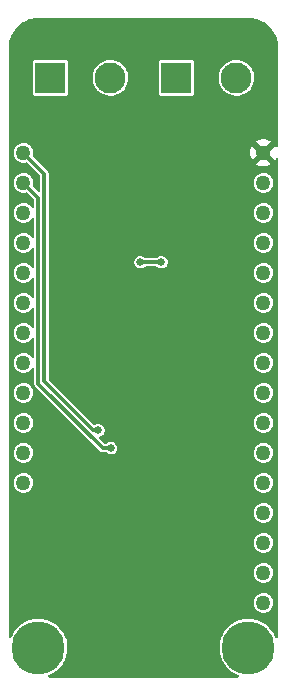
<source format=gbr>
%TF.GenerationSoftware,KiCad,Pcbnew,5.99.0-unknown-fc7f1d1d86~106~ubuntu20.04.1*%
%TF.CreationDate,2021-01-14T14:58:15+11:00*%
%TF.ProjectId,automotive-featherwing,6175746f-6d6f-4746-9976-652d66656174,rev?*%
%TF.SameCoordinates,Original*%
%TF.FileFunction,Copper,L2,Bot*%
%TF.FilePolarity,Positive*%
%FSLAX46Y46*%
G04 Gerber Fmt 4.6, Leading zero omitted, Abs format (unit mm)*
G04 Created by KiCad (PCBNEW 5.99.0-unknown-fc7f1d1d86~106~ubuntu20.04.1) date 2021-01-14 14:58:15*
%MOMM*%
%LPD*%
G01*
G04 APERTURE LIST*
%TA.AperFunction,ComponentPad*%
%ADD10C,4.500000*%
%TD*%
%TA.AperFunction,ComponentPad*%
%ADD11R,2.625000X2.625000*%
%TD*%
%TA.AperFunction,ComponentPad*%
%ADD12C,2.625000*%
%TD*%
%TA.AperFunction,ComponentPad*%
%ADD13C,1.270000*%
%TD*%
%TA.AperFunction,ViaPad*%
%ADD14C,0.650000*%
%TD*%
%TA.AperFunction,Conductor*%
%ADD15C,0.300000*%
%TD*%
G04 APERTURE END LIST*
D10*
%TO.P,,1*%
%TO.N,GND*%
X152400000Y-129540000D03*
%TD*%
D11*
%TO.P,J3,1,Pin_1*%
%TO.N,GND*%
X135636000Y-81280000D03*
D12*
%TO.P,J3,2,Pin_2*%
%TO.N,VCC*%
X140716000Y-81280000D03*
%TD*%
D10*
%TO.P,,*%
%TO.N,GND*%
X134620000Y-129540000D03*
%TD*%
D13*
%TO.P,J1,1,Pin_1*%
%TO.N,+BATT*%
X133350000Y-115570000D03*
%TO.P,J1,2,Pin_2*%
%TO.N,Net-(J1-Pad2)*%
X133350000Y-113030000D03*
%TO.P,J1,3,Pin_3*%
%TO.N,+5V*%
X133350000Y-110490000D03*
%TO.P,J1,4,Pin_4*%
%TO.N,Net-(J1-Pad4)*%
X133350000Y-107950000D03*
%TO.P,J1,5,Pin_5*%
%TO.N,Net-(J1-Pad5)*%
X133350000Y-105410000D03*
%TO.P,J1,6,Pin_6*%
%TO.N,Net-(J1-Pad6)*%
X133350000Y-102870000D03*
%TO.P,J1,7,Pin_7*%
%TO.N,Net-(J1-Pad7)*%
X133350000Y-100330000D03*
%TO.P,J1,8,Pin_8*%
%TO.N,Net-(J1-Pad8)*%
X133350000Y-97790000D03*
%TO.P,J1,9,Pin_9*%
%TO.N,Net-(J1-Pad9)*%
X133350000Y-95250000D03*
%TO.P,J1,10,Pin_10*%
%TO.N,Net-(J1-Pad10)*%
X133350000Y-92710000D03*
%TO.P,J1,11,Pin_11*%
%TO.N,SDL*%
X133350000Y-90170000D03*
%TO.P,J1,12,Pin_12*%
%TO.N,SDA*%
X133350000Y-87630000D03*
%TD*%
%TO.P,J2,1,Pin_1*%
%TO.N,+3V3*%
X153670000Y-87630000D03*
%TO.P,J2,2,Pin_2*%
%TO.N,Net-(J2-Pad2)*%
X153670000Y-90170000D03*
%TO.P,J2,3,Pin_3*%
%TO.N,Net-(J2-Pad3)*%
X153670000Y-92710000D03*
%TO.P,J2,4,Pin_4*%
%TO.N,SDI*%
X153670000Y-95250000D03*
%TO.P,J2,5,Pin_5*%
%TO.N,SDO*%
X153670000Y-97790000D03*
%TO.P,J2,6,Pin_6*%
%TO.N,SCK*%
X153670000Y-100330000D03*
%TO.P,J2,7,Pin_7*%
%TO.N,Net-(J2-Pad7)*%
X153670000Y-102870000D03*
%TO.P,J2,8,Pin_8*%
%TO.N,Net-(J2-Pad8)*%
X153670000Y-105410000D03*
%TO.P,J2,9,Pin_9*%
%TO.N,Net-(J2-Pad9)*%
X153670000Y-107950000D03*
%TO.P,J2,10,Pin_10*%
%TO.N,Net-(J2-Pad10)*%
X153670000Y-110490000D03*
%TO.P,J2,11,Pin_11*%
%TO.N,~CS1*%
X153670000Y-113030000D03*
%TO.P,J2,12,Pin_12*%
%TO.N,~CS0*%
X153670000Y-115570000D03*
%TO.P,J2,13,Pin_13*%
%TO.N,GND*%
X153670000Y-118110000D03*
%TO.P,J2,14,Pin_14*%
%TO.N,Net-(J2-Pad14)*%
X153670000Y-120650000D03*
%TO.P,J2,15,Pin_15*%
%TO.N,Net-(J2-Pad15)*%
X153670000Y-123190000D03*
%TO.P,J2,16,Pin_16*%
%TO.N,Net-(J2-Pad16)*%
X153670000Y-125730000D03*
%TD*%
D11*
%TO.P,CAN0,1,Pin_1*%
%TO.N,Net-(CAN0-Pad1)*%
X146304000Y-81280000D03*
D12*
%TO.P,CAN0,2,Pin_2*%
%TO.N,Net-(CAN0-Pad2)*%
X151384000Y-81280000D03*
%TD*%
D14*
%TO.N,SDA*%
X139700000Y-111125000D03*
%TO.N,SDL*%
X140744000Y-112621000D03*
%TO.N,GND*%
X143256000Y-96901000D03*
X145034000Y-96901000D03*
%TO.N,+3V3*%
X150215600Y-90119200D03*
X143519000Y-112658000D03*
X139232000Y-102402000D03*
X147269200Y-98856800D03*
X149033000Y-99810800D03*
%TD*%
D15*
%TO.N,SDA*%
X139264136Y-111125000D02*
X135128000Y-106988864D01*
X135128000Y-89408000D02*
X133350000Y-87630000D01*
X139700000Y-111125000D02*
X139264136Y-111125000D01*
X135128000Y-106988864D02*
X135128000Y-89408000D01*
%TO.N,SDL*%
X140744000Y-112621000D02*
X140053000Y-112621000D01*
X140053000Y-112621000D02*
X134620000Y-107188000D01*
X134620000Y-107188000D02*
X134620000Y-91440000D01*
X134620000Y-91440000D02*
X133350000Y-90170000D01*
%TO.N,GND*%
X145034000Y-96901000D02*
X143256000Y-96901000D01*
%TD*%
%TA.AperFunction,Conductor*%
%TO.N,+3V3*%
G36*
X152385000Y-76212280D02*
G01*
X152385662Y-76213944D01*
X152387721Y-76214830D01*
X152400121Y-76215003D01*
X152400122Y-76215003D01*
X152419102Y-76215267D01*
X152504144Y-76216453D01*
X152509948Y-76216669D01*
X152583434Y-76221114D01*
X152591009Y-76221803D01*
X152817201Y-76249267D01*
X152824680Y-76250405D01*
X152884206Y-76261314D01*
X152885715Y-76261590D01*
X152893155Y-76263187D01*
X153114359Y-76317709D01*
X153121691Y-76319753D01*
X153180923Y-76338211D01*
X153188117Y-76340694D01*
X153281674Y-76376175D01*
X153401155Y-76421488D01*
X153408140Y-76424382D01*
X153464737Y-76449854D01*
X153471561Y-76453177D01*
X153673291Y-76559053D01*
X153679921Y-76562792D01*
X153733020Y-76594892D01*
X153739411Y-76599024D01*
X153926888Y-76728430D01*
X153933018Y-76732941D01*
X153981870Y-76771214D01*
X153987717Y-76776087D01*
X154158230Y-76927148D01*
X154163772Y-76932365D01*
X154207635Y-76976228D01*
X154212852Y-76981770D01*
X154363913Y-77152283D01*
X154368786Y-77158130D01*
X154407059Y-77206982D01*
X154411570Y-77213112D01*
X154540976Y-77400589D01*
X154545108Y-77406980D01*
X154577207Y-77460078D01*
X154580947Y-77466708D01*
X154686826Y-77668445D01*
X154690157Y-77675288D01*
X154715604Y-77731829D01*
X154718516Y-77738858D01*
X154799313Y-77951899D01*
X154801791Y-77959080D01*
X154820249Y-78018315D01*
X154822292Y-78025641D01*
X154876818Y-78246865D01*
X154878411Y-78254288D01*
X154889590Y-78315293D01*
X154890735Y-78322817D01*
X154918197Y-78548990D01*
X154918886Y-78556566D01*
X154923331Y-78630052D01*
X154923547Y-78635856D01*
X154925170Y-78752279D01*
X154926056Y-78754338D01*
X154927720Y-78755000D01*
X154930000Y-78776622D01*
X154930000Y-87059943D01*
X154909998Y-87128064D01*
X154856342Y-87174557D01*
X154786068Y-87184661D01*
X154721488Y-87155167D01*
X154690994Y-87115671D01*
X154651387Y-87035355D01*
X154649270Y-87031901D01*
X154639950Y-87024907D01*
X154627531Y-87031679D01*
X154042022Y-87617188D01*
X154034408Y-87631132D01*
X154034539Y-87632965D01*
X154038790Y-87639580D01*
X154626026Y-88226816D01*
X154638406Y-88233576D01*
X154644986Y-88228650D01*
X154694065Y-88141013D01*
X154744802Y-88091351D01*
X154814334Y-88077004D01*
X154880585Y-88102525D01*
X154922520Y-88159813D01*
X154930000Y-88202579D01*
X154930000Y-128602974D01*
X154909998Y-128671095D01*
X154856342Y-128717588D01*
X154786068Y-128727692D01*
X154721488Y-128698198D01*
X154684338Y-128642432D01*
X154679562Y-128627949D01*
X154679560Y-128627944D01*
X154678302Y-128624128D01*
X154543460Y-128342061D01*
X154373871Y-128079413D01*
X154236464Y-127916525D01*
X154174871Y-127843511D01*
X154174870Y-127843510D01*
X154172282Y-127840442D01*
X153941963Y-127629024D01*
X153772352Y-127509155D01*
X153689926Y-127450902D01*
X153689922Y-127450900D01*
X153686647Y-127448585D01*
X153494585Y-127346678D01*
X153414014Y-127303927D01*
X153414010Y-127303925D01*
X153410474Y-127302049D01*
X153406728Y-127300637D01*
X153406723Y-127300635D01*
X153298621Y-127259895D01*
X153117919Y-127191794D01*
X153053890Y-127176599D01*
X152817642Y-127120534D01*
X152817637Y-127120533D01*
X152813726Y-127119605D01*
X152502826Y-127086654D01*
X152498824Y-127086741D01*
X152498817Y-127086741D01*
X152194276Y-127093386D01*
X152194270Y-127093386D01*
X152190259Y-127093474D01*
X151881092Y-127139955D01*
X151877232Y-127141051D01*
X151877227Y-127141052D01*
X151727897Y-127183449D01*
X151580337Y-127225344D01*
X151292870Y-127348256D01*
X151023351Y-127506698D01*
X150776149Y-127698102D01*
X150555271Y-127919366D01*
X150552817Y-127922547D01*
X150552816Y-127922548D01*
X150434162Y-128076346D01*
X150364298Y-128166902D01*
X150206327Y-128436697D01*
X150083917Y-128724378D01*
X149999053Y-129025282D01*
X149953112Y-129334529D01*
X149953032Y-129338538D01*
X149953031Y-129338544D01*
X149947009Y-129638544D01*
X149946837Y-129647107D01*
X149980331Y-129957949D01*
X149981266Y-129961858D01*
X149981266Y-129961859D01*
X149987506Y-129987951D01*
X150053050Y-130262016D01*
X150163816Y-130554378D01*
X150310833Y-130830296D01*
X150491718Y-131085296D01*
X150703538Y-131315246D01*
X150706611Y-131317829D01*
X150706613Y-131317831D01*
X150730869Y-131338220D01*
X150942860Y-131516417D01*
X150946234Y-131518587D01*
X150946235Y-131518588D01*
X151012178Y-131561004D01*
X151205803Y-131685548D01*
X151309782Y-131735032D01*
X151484051Y-131817967D01*
X151488106Y-131819897D01*
X151491910Y-131821144D01*
X151491920Y-131821148D01*
X151501442Y-131824269D01*
X151559943Y-131864495D01*
X151587409Y-131929964D01*
X151575120Y-131999889D01*
X151526977Y-132052070D01*
X151462193Y-132070000D01*
X135556278Y-132070000D01*
X135488157Y-132049998D01*
X135441664Y-131996342D01*
X135431560Y-131926068D01*
X135461054Y-131861488D01*
X135516611Y-131824407D01*
X135536028Y-131817967D01*
X135536037Y-131817964D01*
X135539846Y-131816700D01*
X135821679Y-131681366D01*
X136084030Y-131511318D01*
X136322648Y-131309313D01*
X136533664Y-131078626D01*
X136677445Y-130874426D01*
X136711354Y-130826268D01*
X136711358Y-130826262D01*
X136713658Y-130822995D01*
X136843700Y-130576869D01*
X136857837Y-130550113D01*
X136857837Y-130550112D01*
X136859711Y-130546566D01*
X136947754Y-130311711D01*
X136968045Y-130257583D01*
X136968045Y-130257582D01*
X136969456Y-130253819D01*
X137041113Y-129949501D01*
X137072630Y-129647107D01*
X137073248Y-129641176D01*
X137073248Y-129641169D01*
X137073522Y-129638544D01*
X137075500Y-129540000D01*
X137055597Y-129227993D01*
X137054835Y-129224054D01*
X136996972Y-128924981D01*
X136996971Y-128924977D01*
X136996210Y-128921044D01*
X136898302Y-128624128D01*
X136763460Y-128342061D01*
X136593871Y-128079413D01*
X136456464Y-127916525D01*
X136394871Y-127843511D01*
X136394870Y-127843510D01*
X136392282Y-127840442D01*
X136161963Y-127629024D01*
X135992352Y-127509155D01*
X135909926Y-127450902D01*
X135909922Y-127450900D01*
X135906647Y-127448585D01*
X135714585Y-127346678D01*
X135634014Y-127303927D01*
X135634010Y-127303925D01*
X135630474Y-127302049D01*
X135626728Y-127300637D01*
X135626723Y-127300635D01*
X135518621Y-127259895D01*
X135337919Y-127191794D01*
X135273890Y-127176599D01*
X135037642Y-127120534D01*
X135037637Y-127120533D01*
X135033726Y-127119605D01*
X134722826Y-127086654D01*
X134718824Y-127086741D01*
X134718817Y-127086741D01*
X134414276Y-127093386D01*
X134414270Y-127093386D01*
X134410259Y-127093474D01*
X134101092Y-127139955D01*
X134097232Y-127141051D01*
X134097227Y-127141052D01*
X133947897Y-127183449D01*
X133800337Y-127225344D01*
X133512870Y-127348256D01*
X133243351Y-127506698D01*
X132996149Y-127698102D01*
X132775271Y-127919366D01*
X132772817Y-127922547D01*
X132772816Y-127922548D01*
X132654162Y-128076346D01*
X132584298Y-128166902D01*
X132426327Y-128436697D01*
X132424759Y-128440382D01*
X132424757Y-128440386D01*
X132331941Y-128658518D01*
X132286864Y-128713369D01*
X132219288Y-128735142D01*
X132150669Y-128716925D01*
X132102791Y-128664501D01*
X132090000Y-128609185D01*
X132090000Y-125817856D01*
X152834104Y-125817856D01*
X152835547Y-125824529D01*
X152835547Y-125824531D01*
X152856766Y-125922669D01*
X152872470Y-125995303D01*
X152948044Y-126160372D01*
X153057302Y-126305362D01*
X153195145Y-126423508D01*
X153355143Y-126509298D01*
X153361707Y-126511156D01*
X153361711Y-126511157D01*
X153467514Y-126541096D01*
X153529831Y-126558730D01*
X153536642Y-126559135D01*
X153536644Y-126559135D01*
X153674120Y-126567302D01*
X153711058Y-126569497D01*
X153790773Y-126556871D01*
X153883636Y-126542163D01*
X153883640Y-126542162D01*
X153890370Y-126541096D01*
X153896716Y-126538609D01*
X153896720Y-126538608D01*
X153999690Y-126498254D01*
X154059400Y-126474854D01*
X154210263Y-126373860D01*
X154335919Y-126242827D01*
X154430507Y-126087867D01*
X154489613Y-125916212D01*
X154510480Y-125735868D01*
X154510500Y-125730000D01*
X154490893Y-125549515D01*
X154432987Y-125377451D01*
X154339483Y-125221834D01*
X154214745Y-125089927D01*
X154131265Y-125033194D01*
X154070234Y-124991718D01*
X154064591Y-124987883D01*
X154058261Y-124985351D01*
X154058257Y-124985349D01*
X153902364Y-124922996D01*
X153902359Y-124922995D01*
X153896027Y-124920462D01*
X153805872Y-124905537D01*
X153723656Y-124891926D01*
X153723652Y-124891926D01*
X153716918Y-124890811D01*
X153710101Y-124891168D01*
X153710097Y-124891168D01*
X153555357Y-124899278D01*
X153535620Y-124900312D01*
X153529047Y-124902123D01*
X153529044Y-124902123D01*
X153453266Y-124922996D01*
X153360591Y-124948523D01*
X153199998Y-125033194D01*
X153194785Y-125037599D01*
X153194781Y-125037602D01*
X153108420Y-125110584D01*
X153061334Y-125150375D01*
X153057190Y-125155794D01*
X153057189Y-125155796D01*
X152955212Y-125289175D01*
X152951066Y-125294598D01*
X152874341Y-125459136D01*
X152834738Y-125636310D01*
X152834104Y-125817856D01*
X132090000Y-125817856D01*
X132090000Y-123277856D01*
X152834104Y-123277856D01*
X152835547Y-123284529D01*
X152835547Y-123284531D01*
X152856766Y-123382669D01*
X152872470Y-123455303D01*
X152948044Y-123620372D01*
X153057302Y-123765362D01*
X153195145Y-123883508D01*
X153355143Y-123969298D01*
X153361707Y-123971156D01*
X153361711Y-123971157D01*
X153467514Y-124001096D01*
X153529831Y-124018730D01*
X153536642Y-124019135D01*
X153536644Y-124019135D01*
X153674120Y-124027302D01*
X153711058Y-124029497D01*
X153790773Y-124016871D01*
X153883636Y-124002163D01*
X153883640Y-124002162D01*
X153890370Y-124001096D01*
X153896716Y-123998609D01*
X153896720Y-123998608D01*
X153999690Y-123958254D01*
X154059400Y-123934854D01*
X154210263Y-123833860D01*
X154335919Y-123702827D01*
X154430507Y-123547867D01*
X154489613Y-123376212D01*
X154510480Y-123195868D01*
X154510500Y-123190000D01*
X154490893Y-123009515D01*
X154432987Y-122837451D01*
X154339483Y-122681834D01*
X154214745Y-122549927D01*
X154131265Y-122493194D01*
X154070234Y-122451718D01*
X154064591Y-122447883D01*
X154058261Y-122445351D01*
X154058257Y-122445349D01*
X153902364Y-122382996D01*
X153902359Y-122382995D01*
X153896027Y-122380462D01*
X153805872Y-122365537D01*
X153723656Y-122351926D01*
X153723652Y-122351926D01*
X153716918Y-122350811D01*
X153710101Y-122351168D01*
X153710097Y-122351168D01*
X153555357Y-122359278D01*
X153535620Y-122360312D01*
X153529047Y-122362123D01*
X153529044Y-122362123D01*
X153453266Y-122382996D01*
X153360591Y-122408523D01*
X153199998Y-122493194D01*
X153194785Y-122497599D01*
X153194781Y-122497602D01*
X153108420Y-122570584D01*
X153061334Y-122610375D01*
X153057190Y-122615794D01*
X153057189Y-122615796D01*
X152955212Y-122749175D01*
X152951066Y-122754598D01*
X152874341Y-122919136D01*
X152834738Y-123096310D01*
X152834104Y-123277856D01*
X132090000Y-123277856D01*
X132090000Y-120737856D01*
X152834104Y-120737856D01*
X152835547Y-120744529D01*
X152835547Y-120744531D01*
X152856766Y-120842669D01*
X152872470Y-120915303D01*
X152948044Y-121080372D01*
X153057302Y-121225362D01*
X153195145Y-121343508D01*
X153355143Y-121429298D01*
X153361707Y-121431156D01*
X153361711Y-121431157D01*
X153467514Y-121461096D01*
X153529831Y-121478730D01*
X153536642Y-121479135D01*
X153536644Y-121479135D01*
X153674120Y-121487302D01*
X153711058Y-121489497D01*
X153790773Y-121476871D01*
X153883636Y-121462163D01*
X153883640Y-121462162D01*
X153890370Y-121461096D01*
X153896716Y-121458609D01*
X153896720Y-121458608D01*
X153999690Y-121418254D01*
X154059400Y-121394854D01*
X154210263Y-121293860D01*
X154335919Y-121162827D01*
X154430507Y-121007867D01*
X154489613Y-120836212D01*
X154510480Y-120655868D01*
X154510500Y-120650000D01*
X154490893Y-120469515D01*
X154432987Y-120297451D01*
X154339483Y-120141834D01*
X154214745Y-120009927D01*
X154131265Y-119953194D01*
X154070234Y-119911718D01*
X154064591Y-119907883D01*
X154058261Y-119905351D01*
X154058257Y-119905349D01*
X153902364Y-119842996D01*
X153902359Y-119842995D01*
X153896027Y-119840462D01*
X153805872Y-119825537D01*
X153723656Y-119811926D01*
X153723652Y-119811926D01*
X153716918Y-119810811D01*
X153710101Y-119811168D01*
X153710097Y-119811168D01*
X153555357Y-119819278D01*
X153535620Y-119820312D01*
X153529047Y-119822123D01*
X153529044Y-119822123D01*
X153453266Y-119842996D01*
X153360591Y-119868523D01*
X153199998Y-119953194D01*
X153194785Y-119957599D01*
X153194781Y-119957602D01*
X153108420Y-120030584D01*
X153061334Y-120070375D01*
X153057190Y-120075794D01*
X153057189Y-120075796D01*
X152955212Y-120209175D01*
X152951066Y-120214598D01*
X152874341Y-120379136D01*
X152834738Y-120556310D01*
X152834104Y-120737856D01*
X132090000Y-120737856D01*
X132090000Y-118197856D01*
X152834104Y-118197856D01*
X152835547Y-118204529D01*
X152835547Y-118204531D01*
X152856766Y-118302669D01*
X152872470Y-118375303D01*
X152948044Y-118540372D01*
X153057302Y-118685362D01*
X153195145Y-118803508D01*
X153355143Y-118889298D01*
X153361707Y-118891156D01*
X153361711Y-118891157D01*
X153467514Y-118921096D01*
X153529831Y-118938730D01*
X153536642Y-118939135D01*
X153536644Y-118939135D01*
X153674120Y-118947302D01*
X153711058Y-118949497D01*
X153790773Y-118936871D01*
X153883636Y-118922163D01*
X153883640Y-118922162D01*
X153890370Y-118921096D01*
X153896716Y-118918609D01*
X153896720Y-118918608D01*
X153999690Y-118878254D01*
X154059400Y-118854854D01*
X154210263Y-118753860D01*
X154335919Y-118622827D01*
X154430507Y-118467867D01*
X154489613Y-118296212D01*
X154510480Y-118115868D01*
X154510500Y-118110000D01*
X154490893Y-117929515D01*
X154432987Y-117757451D01*
X154339483Y-117601834D01*
X154214745Y-117469927D01*
X154131265Y-117413194D01*
X154070234Y-117371718D01*
X154064591Y-117367883D01*
X154058261Y-117365351D01*
X154058257Y-117365349D01*
X153902364Y-117302996D01*
X153902359Y-117302995D01*
X153896027Y-117300462D01*
X153805872Y-117285537D01*
X153723656Y-117271926D01*
X153723652Y-117271926D01*
X153716918Y-117270811D01*
X153710101Y-117271168D01*
X153710097Y-117271168D01*
X153555357Y-117279278D01*
X153535620Y-117280312D01*
X153529047Y-117282123D01*
X153529044Y-117282123D01*
X153453266Y-117302996D01*
X153360591Y-117328523D01*
X153199998Y-117413194D01*
X153194785Y-117417599D01*
X153194781Y-117417602D01*
X153108420Y-117490584D01*
X153061334Y-117530375D01*
X153057190Y-117535794D01*
X153057189Y-117535796D01*
X152955212Y-117669175D01*
X152951066Y-117674598D01*
X152874341Y-117839136D01*
X152834738Y-118016310D01*
X152834104Y-118197856D01*
X132090000Y-118197856D01*
X132090000Y-115657856D01*
X132514104Y-115657856D01*
X132515547Y-115664529D01*
X132515547Y-115664531D01*
X132536766Y-115762669D01*
X132552470Y-115835303D01*
X132628044Y-116000372D01*
X132737302Y-116145362D01*
X132875145Y-116263508D01*
X133035143Y-116349298D01*
X133041707Y-116351156D01*
X133041711Y-116351157D01*
X133147514Y-116381096D01*
X133209831Y-116398730D01*
X133216642Y-116399135D01*
X133216644Y-116399135D01*
X133354120Y-116407302D01*
X133391058Y-116409497D01*
X133470773Y-116396871D01*
X133563636Y-116382163D01*
X133563640Y-116382162D01*
X133570370Y-116381096D01*
X133576716Y-116378609D01*
X133576720Y-116378608D01*
X133679690Y-116338254D01*
X133739400Y-116314854D01*
X133890263Y-116213860D01*
X134015919Y-116082827D01*
X134110507Y-115927867D01*
X134169613Y-115756212D01*
X134180993Y-115657856D01*
X152834104Y-115657856D01*
X152835547Y-115664529D01*
X152835547Y-115664531D01*
X152856766Y-115762669D01*
X152872470Y-115835303D01*
X152948044Y-116000372D01*
X153057302Y-116145362D01*
X153195145Y-116263508D01*
X153355143Y-116349298D01*
X153361707Y-116351156D01*
X153361711Y-116351157D01*
X153467514Y-116381096D01*
X153529831Y-116398730D01*
X153536642Y-116399135D01*
X153536644Y-116399135D01*
X153674120Y-116407302D01*
X153711058Y-116409497D01*
X153790773Y-116396871D01*
X153883636Y-116382163D01*
X153883640Y-116382162D01*
X153890370Y-116381096D01*
X153896716Y-116378609D01*
X153896720Y-116378608D01*
X153999690Y-116338254D01*
X154059400Y-116314854D01*
X154210263Y-116213860D01*
X154335919Y-116082827D01*
X154430507Y-115927867D01*
X154489613Y-115756212D01*
X154510480Y-115575868D01*
X154510500Y-115570000D01*
X154490893Y-115389515D01*
X154432987Y-115217451D01*
X154339483Y-115061834D01*
X154214745Y-114929927D01*
X154131265Y-114873194D01*
X154070234Y-114831718D01*
X154064591Y-114827883D01*
X154058261Y-114825351D01*
X154058257Y-114825349D01*
X153902364Y-114762996D01*
X153902359Y-114762995D01*
X153896027Y-114760462D01*
X153805872Y-114745537D01*
X153723656Y-114731926D01*
X153723652Y-114731926D01*
X153716918Y-114730811D01*
X153710101Y-114731168D01*
X153710097Y-114731168D01*
X153555357Y-114739278D01*
X153535620Y-114740312D01*
X153529047Y-114742123D01*
X153529044Y-114742123D01*
X153453266Y-114762996D01*
X153360591Y-114788523D01*
X153199998Y-114873194D01*
X153194785Y-114877599D01*
X153194781Y-114877602D01*
X153108420Y-114950584D01*
X153061334Y-114990375D01*
X153057190Y-114995794D01*
X153057189Y-114995796D01*
X152955212Y-115129175D01*
X152951066Y-115134598D01*
X152874341Y-115299136D01*
X152834738Y-115476310D01*
X152834104Y-115657856D01*
X134180993Y-115657856D01*
X134190480Y-115575868D01*
X134190500Y-115570000D01*
X134170893Y-115389515D01*
X134112987Y-115217451D01*
X134019483Y-115061834D01*
X133894745Y-114929927D01*
X133811265Y-114873194D01*
X133750234Y-114831718D01*
X133744591Y-114827883D01*
X133738261Y-114825351D01*
X133738257Y-114825349D01*
X133582364Y-114762996D01*
X133582359Y-114762995D01*
X133576027Y-114760462D01*
X133485872Y-114745537D01*
X133403656Y-114731926D01*
X133403652Y-114731926D01*
X133396918Y-114730811D01*
X133390101Y-114731168D01*
X133390097Y-114731168D01*
X133235357Y-114739278D01*
X133215620Y-114740312D01*
X133209047Y-114742123D01*
X133209044Y-114742123D01*
X133133266Y-114762996D01*
X133040591Y-114788523D01*
X132879998Y-114873194D01*
X132874785Y-114877599D01*
X132874781Y-114877602D01*
X132788420Y-114950584D01*
X132741334Y-114990375D01*
X132737190Y-114995794D01*
X132737189Y-114995796D01*
X132635212Y-115129175D01*
X132631066Y-115134598D01*
X132554341Y-115299136D01*
X132514738Y-115476310D01*
X132514104Y-115657856D01*
X132090000Y-115657856D01*
X132090000Y-113117856D01*
X132514104Y-113117856D01*
X132515547Y-113124529D01*
X132515547Y-113124531D01*
X132536766Y-113222669D01*
X132552470Y-113295303D01*
X132628044Y-113460372D01*
X132737302Y-113605362D01*
X132875145Y-113723508D01*
X133035143Y-113809298D01*
X133041707Y-113811156D01*
X133041711Y-113811157D01*
X133147514Y-113841096D01*
X133209831Y-113858730D01*
X133216642Y-113859135D01*
X133216644Y-113859135D01*
X133354120Y-113867302D01*
X133391058Y-113869497D01*
X133470773Y-113856871D01*
X133563636Y-113842163D01*
X133563640Y-113842162D01*
X133570370Y-113841096D01*
X133576716Y-113838609D01*
X133576720Y-113838608D01*
X133679690Y-113798254D01*
X133739400Y-113774854D01*
X133890263Y-113673860D01*
X134015919Y-113542827D01*
X134110507Y-113387867D01*
X134169613Y-113216212D01*
X134190480Y-113035868D01*
X134190500Y-113030000D01*
X134170893Y-112849515D01*
X134112987Y-112677451D01*
X134019483Y-112521834D01*
X133894745Y-112389927D01*
X133841985Y-112354071D01*
X133750234Y-112291718D01*
X133744591Y-112287883D01*
X133738261Y-112285351D01*
X133738257Y-112285349D01*
X133582364Y-112222996D01*
X133582359Y-112222995D01*
X133576027Y-112220462D01*
X133485872Y-112205537D01*
X133403656Y-112191926D01*
X133403652Y-112191926D01*
X133396918Y-112190811D01*
X133390101Y-112191168D01*
X133390097Y-112191168D01*
X133235357Y-112199278D01*
X133215620Y-112200312D01*
X133209047Y-112202123D01*
X133209044Y-112202123D01*
X133081528Y-112237247D01*
X133040591Y-112248523D01*
X132879998Y-112333194D01*
X132874785Y-112337599D01*
X132874781Y-112337602D01*
X132788420Y-112410584D01*
X132741334Y-112450375D01*
X132737190Y-112455794D01*
X132737189Y-112455796D01*
X132635212Y-112589175D01*
X132631066Y-112594598D01*
X132628183Y-112600781D01*
X132628181Y-112600784D01*
X132595160Y-112671599D01*
X132554341Y-112759136D01*
X132552855Y-112765784D01*
X132552854Y-112765787D01*
X132549199Y-112782140D01*
X132514738Y-112936310D01*
X132514714Y-112943131D01*
X132514714Y-112943133D01*
X132514423Y-113026506D01*
X132514104Y-113117856D01*
X132090000Y-113117856D01*
X132090000Y-110577856D01*
X132514104Y-110577856D01*
X132515547Y-110584529D01*
X132515547Y-110584531D01*
X132550234Y-110744959D01*
X132552470Y-110755303D01*
X132628044Y-110920372D01*
X132632148Y-110925818D01*
X132632149Y-110925820D01*
X132685789Y-110997002D01*
X132737302Y-111065362D01*
X132742481Y-111069801D01*
X132742482Y-111069802D01*
X132806883Y-111125000D01*
X132875145Y-111183508D01*
X133035143Y-111269298D01*
X133041707Y-111271156D01*
X133041711Y-111271157D01*
X133147514Y-111301096D01*
X133209831Y-111318730D01*
X133216642Y-111319135D01*
X133216644Y-111319135D01*
X133354120Y-111327302D01*
X133391058Y-111329497D01*
X133470773Y-111316871D01*
X133563636Y-111302163D01*
X133563640Y-111302162D01*
X133570370Y-111301096D01*
X133576716Y-111298609D01*
X133576720Y-111298608D01*
X133679690Y-111258254D01*
X133739400Y-111234854D01*
X133890263Y-111133860D01*
X134015919Y-111002827D01*
X134110507Y-110847867D01*
X134144677Y-110748631D01*
X134167390Y-110682669D01*
X134167391Y-110682666D01*
X134169613Y-110676212D01*
X134190480Y-110495868D01*
X134190500Y-110490000D01*
X134170893Y-110309515D01*
X134112987Y-110137451D01*
X134019483Y-109981834D01*
X133894745Y-109849927D01*
X133811265Y-109793194D01*
X133750234Y-109751718D01*
X133744591Y-109747883D01*
X133738261Y-109745351D01*
X133738257Y-109745349D01*
X133582364Y-109682996D01*
X133582359Y-109682995D01*
X133576027Y-109680462D01*
X133485872Y-109665537D01*
X133403656Y-109651926D01*
X133403652Y-109651926D01*
X133396918Y-109650811D01*
X133390101Y-109651168D01*
X133390097Y-109651168D01*
X133235357Y-109659278D01*
X133215620Y-109660312D01*
X133209047Y-109662123D01*
X133209044Y-109662123D01*
X133133266Y-109682996D01*
X133040591Y-109708523D01*
X132879998Y-109793194D01*
X132874785Y-109797599D01*
X132874781Y-109797602D01*
X132788420Y-109870584D01*
X132741334Y-109910375D01*
X132737190Y-109915794D01*
X132737189Y-109915796D01*
X132635212Y-110049175D01*
X132631066Y-110054598D01*
X132554341Y-110219136D01*
X132514738Y-110396310D01*
X132514104Y-110577856D01*
X132090000Y-110577856D01*
X132090000Y-108037856D01*
X132514104Y-108037856D01*
X132515547Y-108044529D01*
X132515547Y-108044531D01*
X132536766Y-108142669D01*
X132552470Y-108215303D01*
X132628044Y-108380372D01*
X132737302Y-108525362D01*
X132875145Y-108643508D01*
X133035143Y-108729298D01*
X133041707Y-108731156D01*
X133041711Y-108731157D01*
X133147514Y-108761096D01*
X133209831Y-108778730D01*
X133216642Y-108779135D01*
X133216644Y-108779135D01*
X133354120Y-108787302D01*
X133391058Y-108789497D01*
X133470773Y-108776871D01*
X133563636Y-108762163D01*
X133563640Y-108762162D01*
X133570370Y-108761096D01*
X133576716Y-108758609D01*
X133576720Y-108758608D01*
X133679690Y-108718254D01*
X133739400Y-108694854D01*
X133890263Y-108593860D01*
X134015919Y-108462827D01*
X134110507Y-108307867D01*
X134169613Y-108136212D01*
X134190480Y-107955868D01*
X134190500Y-107950000D01*
X134170893Y-107769515D01*
X134112987Y-107597451D01*
X134019483Y-107441834D01*
X133992176Y-107412957D01*
X133932558Y-107349913D01*
X133894745Y-107309927D01*
X133884778Y-107303153D01*
X133750234Y-107211718D01*
X133744591Y-107207883D01*
X133738261Y-107205351D01*
X133738257Y-107205349D01*
X133582364Y-107142996D01*
X133582359Y-107142995D01*
X133576027Y-107140462D01*
X133485872Y-107125537D01*
X133403656Y-107111926D01*
X133403652Y-107111926D01*
X133396918Y-107110811D01*
X133390101Y-107111168D01*
X133390097Y-107111168D01*
X133235357Y-107119278D01*
X133215620Y-107120312D01*
X133209047Y-107122123D01*
X133209044Y-107122123D01*
X133133266Y-107142996D01*
X133040591Y-107168523D01*
X132879998Y-107253194D01*
X132874785Y-107257599D01*
X132874781Y-107257602D01*
X132788420Y-107330584D01*
X132741334Y-107370375D01*
X132737190Y-107375794D01*
X132737189Y-107375796D01*
X132635212Y-107509175D01*
X132631066Y-107514598D01*
X132554341Y-107679136D01*
X132514738Y-107856310D01*
X132514104Y-108037856D01*
X132090000Y-108037856D01*
X132090000Y-87717856D01*
X132514104Y-87717856D01*
X132515547Y-87724529D01*
X132515547Y-87724531D01*
X132535370Y-87816212D01*
X132552470Y-87895303D01*
X132628044Y-88060372D01*
X132632148Y-88065818D01*
X132632149Y-88065820D01*
X132688811Y-88141013D01*
X132737302Y-88205362D01*
X132742481Y-88209801D01*
X132742482Y-88209802D01*
X132764473Y-88228650D01*
X132875145Y-88323508D01*
X133035143Y-88409298D01*
X133041707Y-88411156D01*
X133041711Y-88411157D01*
X133146404Y-88440782D01*
X133209831Y-88458730D01*
X133216642Y-88459135D01*
X133216644Y-88459135D01*
X133354120Y-88467302D01*
X133391058Y-88469497D01*
X133470773Y-88456871D01*
X133563636Y-88442163D01*
X133563640Y-88442162D01*
X133570370Y-88441096D01*
X133574810Y-88439356D01*
X133645007Y-88440782D01*
X133696155Y-88471837D01*
X134740595Y-89516277D01*
X134774621Y-89578589D01*
X134777500Y-89605372D01*
X134777500Y-90797628D01*
X134757498Y-90865749D01*
X134703842Y-90912242D01*
X134633568Y-90922346D01*
X134568988Y-90892852D01*
X134562405Y-90886723D01*
X134190011Y-90514329D01*
X134155985Y-90452017D01*
X134159972Y-90384211D01*
X134169613Y-90356212D01*
X134190480Y-90175868D01*
X134190500Y-90170000D01*
X134170893Y-89989515D01*
X134112987Y-89817451D01*
X134019483Y-89661834D01*
X133894745Y-89529927D01*
X133811265Y-89473194D01*
X133766169Y-89442548D01*
X133744591Y-89427883D01*
X133738261Y-89425351D01*
X133738257Y-89425349D01*
X133582364Y-89362996D01*
X133582359Y-89362995D01*
X133576027Y-89360462D01*
X133485872Y-89345537D01*
X133403656Y-89331926D01*
X133403652Y-89331926D01*
X133396918Y-89330811D01*
X133390101Y-89331168D01*
X133390097Y-89331168D01*
X133235357Y-89339278D01*
X133215620Y-89340312D01*
X133209047Y-89342123D01*
X133209044Y-89342123D01*
X133133266Y-89362996D01*
X133040591Y-89388523D01*
X132879998Y-89473194D01*
X132874785Y-89477599D01*
X132874781Y-89477602D01*
X132788420Y-89550584D01*
X132741334Y-89590375D01*
X132737190Y-89595794D01*
X132737189Y-89595796D01*
X132635212Y-89729175D01*
X132631066Y-89734598D01*
X132554341Y-89899136D01*
X132514738Y-90076310D01*
X132514104Y-90257856D01*
X132515547Y-90264529D01*
X132515547Y-90264531D01*
X132536766Y-90362669D01*
X132552470Y-90435303D01*
X132628044Y-90600372D01*
X132737302Y-90745362D01*
X132742481Y-90749801D01*
X132742482Y-90749802D01*
X132798282Y-90797628D01*
X132875145Y-90863508D01*
X133035143Y-90949298D01*
X133041707Y-90951156D01*
X133041711Y-90951157D01*
X133146404Y-90980782D01*
X133209831Y-90998730D01*
X133216642Y-90999135D01*
X133216644Y-90999135D01*
X133354120Y-91007302D01*
X133391058Y-91009497D01*
X133470773Y-90996871D01*
X133563636Y-90982163D01*
X133563640Y-90982162D01*
X133570370Y-90981096D01*
X133574810Y-90979356D01*
X133645007Y-90980782D01*
X133696155Y-91011837D01*
X134232595Y-91548277D01*
X134266621Y-91610589D01*
X134269500Y-91637372D01*
X134269500Y-92163591D01*
X134249498Y-92231712D01*
X134195842Y-92278205D01*
X134125568Y-92288309D01*
X134060988Y-92258815D01*
X134035497Y-92228485D01*
X134023002Y-92207690D01*
X134022999Y-92207686D01*
X134019483Y-92201834D01*
X133983319Y-92163591D01*
X133899436Y-92074888D01*
X133894745Y-92069927D01*
X133811265Y-92013194D01*
X133750234Y-91971718D01*
X133744591Y-91967883D01*
X133738261Y-91965351D01*
X133738257Y-91965349D01*
X133582364Y-91902996D01*
X133582359Y-91902995D01*
X133576027Y-91900462D01*
X133485872Y-91885537D01*
X133403656Y-91871926D01*
X133403652Y-91871926D01*
X133396918Y-91870811D01*
X133390101Y-91871168D01*
X133390097Y-91871168D01*
X133235357Y-91879278D01*
X133215620Y-91880312D01*
X133209047Y-91882123D01*
X133209044Y-91882123D01*
X133133266Y-91902996D01*
X133040591Y-91928523D01*
X132879998Y-92013194D01*
X132874785Y-92017599D01*
X132874781Y-92017602D01*
X132788420Y-92090584D01*
X132741334Y-92130375D01*
X132737190Y-92135794D01*
X132737189Y-92135796D01*
X132666322Y-92228485D01*
X132631066Y-92274598D01*
X132554341Y-92439136D01*
X132514738Y-92616310D01*
X132514104Y-92797856D01*
X132515547Y-92804529D01*
X132515547Y-92804531D01*
X132536766Y-92902669D01*
X132552470Y-92975303D01*
X132628044Y-93140372D01*
X132737302Y-93285362D01*
X132875145Y-93403508D01*
X133035143Y-93489298D01*
X133041707Y-93491156D01*
X133041711Y-93491157D01*
X133147514Y-93521096D01*
X133209831Y-93538730D01*
X133216642Y-93539135D01*
X133216644Y-93539135D01*
X133354120Y-93547302D01*
X133391058Y-93549497D01*
X133470773Y-93536871D01*
X133563636Y-93522163D01*
X133563640Y-93522162D01*
X133570370Y-93521096D01*
X133576716Y-93518609D01*
X133576720Y-93518608D01*
X133679690Y-93478254D01*
X133739400Y-93454854D01*
X133890263Y-93353860D01*
X134015919Y-93222827D01*
X134035953Y-93190006D01*
X134088517Y-93142283D01*
X134158538Y-93130554D01*
X134223785Y-93158543D01*
X134263541Y-93217364D01*
X134269500Y-93255653D01*
X134269500Y-94703591D01*
X134249498Y-94771712D01*
X134195842Y-94818205D01*
X134125568Y-94828309D01*
X134060988Y-94798815D01*
X134035497Y-94768485D01*
X134023002Y-94747690D01*
X134022999Y-94747686D01*
X134019483Y-94741834D01*
X133983319Y-94703591D01*
X133899436Y-94614888D01*
X133894745Y-94609927D01*
X133811265Y-94553194D01*
X133750234Y-94511718D01*
X133744591Y-94507883D01*
X133738261Y-94505351D01*
X133738257Y-94505349D01*
X133582364Y-94442996D01*
X133582359Y-94442995D01*
X133576027Y-94440462D01*
X133485872Y-94425537D01*
X133403656Y-94411926D01*
X133403652Y-94411926D01*
X133396918Y-94410811D01*
X133390101Y-94411168D01*
X133390097Y-94411168D01*
X133235357Y-94419278D01*
X133215620Y-94420312D01*
X133209047Y-94422123D01*
X133209044Y-94422123D01*
X133133266Y-94442996D01*
X133040591Y-94468523D01*
X132879998Y-94553194D01*
X132874785Y-94557599D01*
X132874781Y-94557602D01*
X132788420Y-94630584D01*
X132741334Y-94670375D01*
X132737190Y-94675794D01*
X132737189Y-94675796D01*
X132666322Y-94768485D01*
X132631066Y-94814598D01*
X132554341Y-94979136D01*
X132514738Y-95156310D01*
X132514104Y-95337856D01*
X132515547Y-95344529D01*
X132515547Y-95344531D01*
X132536766Y-95442669D01*
X132552470Y-95515303D01*
X132628044Y-95680372D01*
X132737302Y-95825362D01*
X132875145Y-95943508D01*
X133035143Y-96029298D01*
X133041707Y-96031156D01*
X133041711Y-96031157D01*
X133147514Y-96061096D01*
X133209831Y-96078730D01*
X133216642Y-96079135D01*
X133216644Y-96079135D01*
X133354120Y-96087302D01*
X133391058Y-96089497D01*
X133470773Y-96076871D01*
X133563636Y-96062163D01*
X133563640Y-96062162D01*
X133570370Y-96061096D01*
X133576716Y-96058609D01*
X133576720Y-96058608D01*
X133679690Y-96018254D01*
X133739400Y-95994854D01*
X133890263Y-95893860D01*
X134015919Y-95762827D01*
X134035953Y-95730006D01*
X134088517Y-95682283D01*
X134158538Y-95670554D01*
X134223785Y-95698543D01*
X134263541Y-95757364D01*
X134269500Y-95795653D01*
X134269500Y-97243591D01*
X134249498Y-97311712D01*
X134195842Y-97358205D01*
X134125568Y-97368309D01*
X134060988Y-97338815D01*
X134035497Y-97308485D01*
X134023002Y-97287690D01*
X134022999Y-97287686D01*
X134019483Y-97281834D01*
X133983319Y-97243591D01*
X133899436Y-97154888D01*
X133894745Y-97149927D01*
X133811265Y-97093194D01*
X133750234Y-97051718D01*
X133744591Y-97047883D01*
X133738261Y-97045351D01*
X133738257Y-97045349D01*
X133582364Y-96982996D01*
X133582359Y-96982995D01*
X133576027Y-96980462D01*
X133485872Y-96965537D01*
X133403656Y-96951926D01*
X133403652Y-96951926D01*
X133396918Y-96950811D01*
X133390101Y-96951168D01*
X133390097Y-96951168D01*
X133242621Y-96958897D01*
X133215620Y-96960312D01*
X133209047Y-96962123D01*
X133209044Y-96962123D01*
X133133266Y-96982996D01*
X133040591Y-97008523D01*
X132879998Y-97093194D01*
X132874785Y-97097599D01*
X132874781Y-97097602D01*
X132788420Y-97170584D01*
X132741334Y-97210375D01*
X132737190Y-97215794D01*
X132737189Y-97215796D01*
X132643133Y-97338815D01*
X132631066Y-97354598D01*
X132628183Y-97360781D01*
X132628181Y-97360784D01*
X132610721Y-97398228D01*
X132554341Y-97519136D01*
X132514738Y-97696310D01*
X132514104Y-97877856D01*
X132515547Y-97884529D01*
X132515547Y-97884531D01*
X132536766Y-97982669D01*
X132552470Y-98055303D01*
X132628044Y-98220372D01*
X132737302Y-98365362D01*
X132875145Y-98483508D01*
X133035143Y-98569298D01*
X133041707Y-98571156D01*
X133041711Y-98571157D01*
X133147514Y-98601096D01*
X133209831Y-98618730D01*
X133216642Y-98619135D01*
X133216644Y-98619135D01*
X133354120Y-98627302D01*
X133391058Y-98629497D01*
X133470773Y-98616871D01*
X133563636Y-98602163D01*
X133563640Y-98602162D01*
X133570370Y-98601096D01*
X133576716Y-98598609D01*
X133576720Y-98598608D01*
X133679690Y-98558254D01*
X133739400Y-98534854D01*
X133890263Y-98433860D01*
X134015919Y-98302827D01*
X134035953Y-98270006D01*
X134088517Y-98222283D01*
X134158538Y-98210554D01*
X134223785Y-98238543D01*
X134263541Y-98297364D01*
X134269500Y-98335653D01*
X134269500Y-99783591D01*
X134249498Y-99851712D01*
X134195842Y-99898205D01*
X134125568Y-99908309D01*
X134060988Y-99878815D01*
X134035497Y-99848485D01*
X134023002Y-99827690D01*
X134022999Y-99827686D01*
X134019483Y-99821834D01*
X133983319Y-99783591D01*
X133899436Y-99694888D01*
X133894745Y-99689927D01*
X133811265Y-99633194D01*
X133750234Y-99591718D01*
X133744591Y-99587883D01*
X133738261Y-99585351D01*
X133738257Y-99585349D01*
X133582364Y-99522996D01*
X133582359Y-99522995D01*
X133576027Y-99520462D01*
X133485872Y-99505537D01*
X133403656Y-99491926D01*
X133403652Y-99491926D01*
X133396918Y-99490811D01*
X133390101Y-99491168D01*
X133390097Y-99491168D01*
X133235357Y-99499278D01*
X133215620Y-99500312D01*
X133209047Y-99502123D01*
X133209044Y-99502123D01*
X133133266Y-99522996D01*
X133040591Y-99548523D01*
X132879998Y-99633194D01*
X132874785Y-99637599D01*
X132874781Y-99637602D01*
X132788420Y-99710584D01*
X132741334Y-99750375D01*
X132737190Y-99755794D01*
X132737189Y-99755796D01*
X132666322Y-99848485D01*
X132631066Y-99894598D01*
X132554341Y-100059136D01*
X132514738Y-100236310D01*
X132514104Y-100417856D01*
X132515547Y-100424529D01*
X132515547Y-100424531D01*
X132536766Y-100522669D01*
X132552470Y-100595303D01*
X132628044Y-100760372D01*
X132737302Y-100905362D01*
X132875145Y-101023508D01*
X133035143Y-101109298D01*
X133041707Y-101111156D01*
X133041711Y-101111157D01*
X133147514Y-101141096D01*
X133209831Y-101158730D01*
X133216642Y-101159135D01*
X133216644Y-101159135D01*
X133354120Y-101167302D01*
X133391058Y-101169497D01*
X133470773Y-101156871D01*
X133563636Y-101142163D01*
X133563640Y-101142162D01*
X133570370Y-101141096D01*
X133576716Y-101138609D01*
X133576720Y-101138608D01*
X133679690Y-101098254D01*
X133739400Y-101074854D01*
X133890263Y-100973860D01*
X134015919Y-100842827D01*
X134035953Y-100810006D01*
X134088517Y-100762283D01*
X134158538Y-100750554D01*
X134223785Y-100778543D01*
X134263541Y-100837364D01*
X134269500Y-100875653D01*
X134269500Y-102323591D01*
X134249498Y-102391712D01*
X134195842Y-102438205D01*
X134125568Y-102448309D01*
X134060988Y-102418815D01*
X134035497Y-102388485D01*
X134023002Y-102367690D01*
X134022999Y-102367686D01*
X134019483Y-102361834D01*
X133983319Y-102323591D01*
X133899436Y-102234888D01*
X133894745Y-102229927D01*
X133811265Y-102173194D01*
X133750234Y-102131718D01*
X133744591Y-102127883D01*
X133738261Y-102125351D01*
X133738257Y-102125349D01*
X133582364Y-102062996D01*
X133582359Y-102062995D01*
X133576027Y-102060462D01*
X133485872Y-102045537D01*
X133403656Y-102031926D01*
X133403652Y-102031926D01*
X133396918Y-102030811D01*
X133390101Y-102031168D01*
X133390097Y-102031168D01*
X133235357Y-102039278D01*
X133215620Y-102040312D01*
X133209047Y-102042123D01*
X133209044Y-102042123D01*
X133133266Y-102062996D01*
X133040591Y-102088523D01*
X132879998Y-102173194D01*
X132874785Y-102177599D01*
X132874781Y-102177602D01*
X132788420Y-102250584D01*
X132741334Y-102290375D01*
X132737190Y-102295794D01*
X132737189Y-102295796D01*
X132666322Y-102388485D01*
X132631066Y-102434598D01*
X132554341Y-102599136D01*
X132514738Y-102776310D01*
X132514104Y-102957856D01*
X132515547Y-102964529D01*
X132515547Y-102964531D01*
X132536766Y-103062669D01*
X132552470Y-103135303D01*
X132628044Y-103300372D01*
X132737302Y-103445362D01*
X132875145Y-103563508D01*
X133035143Y-103649298D01*
X133041707Y-103651156D01*
X133041711Y-103651157D01*
X133147514Y-103681096D01*
X133209831Y-103698730D01*
X133216642Y-103699135D01*
X133216644Y-103699135D01*
X133354120Y-103707302D01*
X133391058Y-103709497D01*
X133470773Y-103696871D01*
X133563636Y-103682163D01*
X133563640Y-103682162D01*
X133570370Y-103681096D01*
X133576716Y-103678609D01*
X133576720Y-103678608D01*
X133679690Y-103638254D01*
X133739400Y-103614854D01*
X133890263Y-103513860D01*
X134015919Y-103382827D01*
X134035953Y-103350006D01*
X134088517Y-103302283D01*
X134158538Y-103290554D01*
X134223785Y-103318543D01*
X134263541Y-103377364D01*
X134269500Y-103415653D01*
X134269500Y-104863591D01*
X134249498Y-104931712D01*
X134195842Y-104978205D01*
X134125568Y-104988309D01*
X134060988Y-104958815D01*
X134035497Y-104928485D01*
X134023002Y-104907690D01*
X134022999Y-104907686D01*
X134019483Y-104901834D01*
X133983319Y-104863591D01*
X133899436Y-104774888D01*
X133894745Y-104769927D01*
X133811265Y-104713194D01*
X133750234Y-104671718D01*
X133744591Y-104667883D01*
X133738261Y-104665351D01*
X133738257Y-104665349D01*
X133582364Y-104602996D01*
X133582359Y-104602995D01*
X133576027Y-104600462D01*
X133485872Y-104585537D01*
X133403656Y-104571926D01*
X133403652Y-104571926D01*
X133396918Y-104570811D01*
X133390101Y-104571168D01*
X133390097Y-104571168D01*
X133235357Y-104579278D01*
X133215620Y-104580312D01*
X133209047Y-104582123D01*
X133209044Y-104582123D01*
X133133266Y-104602996D01*
X133040591Y-104628523D01*
X132879998Y-104713194D01*
X132874785Y-104717599D01*
X132874781Y-104717602D01*
X132788420Y-104790584D01*
X132741334Y-104830375D01*
X132737190Y-104835794D01*
X132737189Y-104835796D01*
X132666322Y-104928485D01*
X132631066Y-104974598D01*
X132554341Y-105139136D01*
X132514738Y-105316310D01*
X132514104Y-105497856D01*
X132515547Y-105504529D01*
X132515547Y-105504531D01*
X132536766Y-105602669D01*
X132552470Y-105675303D01*
X132628044Y-105840372D01*
X132737302Y-105985362D01*
X132875145Y-106103508D01*
X133035143Y-106189298D01*
X133041707Y-106191156D01*
X133041711Y-106191157D01*
X133147514Y-106221096D01*
X133209831Y-106238730D01*
X133216642Y-106239135D01*
X133216644Y-106239135D01*
X133354120Y-106247302D01*
X133391058Y-106249497D01*
X133470773Y-106236871D01*
X133563636Y-106222163D01*
X133563640Y-106222162D01*
X133570370Y-106221096D01*
X133576716Y-106218609D01*
X133576720Y-106218608D01*
X133679690Y-106178254D01*
X133739400Y-106154854D01*
X133890263Y-106053860D01*
X134015919Y-105922827D01*
X134035953Y-105890006D01*
X134088517Y-105842283D01*
X134158538Y-105830554D01*
X134223785Y-105858543D01*
X134263541Y-105917364D01*
X134269500Y-105955653D01*
X134269500Y-107136453D01*
X134267251Y-107157590D01*
X134267087Y-107161074D01*
X134264895Y-107171254D01*
X134266119Y-107181593D01*
X134268627Y-107202785D01*
X134268915Y-107207672D01*
X134269072Y-107207659D01*
X134269500Y-107212839D01*
X134269500Y-107218039D01*
X134272245Y-107234531D01*
X134273073Y-107240348D01*
X134278616Y-107287182D01*
X134282278Y-107294808D01*
X134283667Y-107303153D01*
X134306058Y-107344651D01*
X134308735Y-107349904D01*
X134329148Y-107392414D01*
X134331340Y-107395022D01*
X134333279Y-107396961D01*
X134335105Y-107398952D01*
X134335008Y-107399041D01*
X134336032Y-107400203D01*
X134339100Y-107405888D01*
X134346747Y-107412957D01*
X134378389Y-107442207D01*
X134381954Y-107445636D01*
X139768708Y-112832390D01*
X139782060Y-112848922D01*
X139784411Y-112851506D01*
X139790061Y-112860256D01*
X139798239Y-112866703D01*
X139815001Y-112879917D01*
X139818661Y-112883170D01*
X139818763Y-112883049D01*
X139822720Y-112886402D01*
X139826400Y-112890082D01*
X139830632Y-112893106D01*
X139830633Y-112893107D01*
X139839979Y-112899786D01*
X139844725Y-112903349D01*
X139881737Y-112932527D01*
X139889718Y-112935330D01*
X139896602Y-112940249D01*
X139906575Y-112943231D01*
X139906574Y-112943231D01*
X139941775Y-112953758D01*
X139947424Y-112955594D01*
X139991879Y-112971206D01*
X139995273Y-112971500D01*
X139997983Y-112971500D01*
X140000714Y-112971618D01*
X140000708Y-112971748D01*
X140002256Y-112971845D01*
X140008444Y-112973696D01*
X140061879Y-112971597D01*
X140066826Y-112971500D01*
X140299478Y-112971500D01*
X140367599Y-112991502D01*
X140386688Y-113006558D01*
X140395493Y-113015002D01*
X140425982Y-113044241D01*
X140425985Y-113044243D01*
X140432180Y-113050184D01*
X140559083Y-113118228D01*
X140567462Y-113120101D01*
X140567465Y-113120102D01*
X140653632Y-113139362D01*
X140699609Y-113149639D01*
X140708182Y-113149190D01*
X140708186Y-113149190D01*
X140834823Y-113142553D01*
X140834824Y-113142553D01*
X140843406Y-113142103D01*
X140908781Y-113120102D01*
X140915455Y-113117856D01*
X152834104Y-113117856D01*
X152835547Y-113124529D01*
X152835547Y-113124531D01*
X152856766Y-113222669D01*
X152872470Y-113295303D01*
X152948044Y-113460372D01*
X153057302Y-113605362D01*
X153195145Y-113723508D01*
X153355143Y-113809298D01*
X153361707Y-113811156D01*
X153361711Y-113811157D01*
X153467514Y-113841096D01*
X153529831Y-113858730D01*
X153536642Y-113859135D01*
X153536644Y-113859135D01*
X153674120Y-113867302D01*
X153711058Y-113869497D01*
X153790773Y-113856871D01*
X153883636Y-113842163D01*
X153883640Y-113842162D01*
X153890370Y-113841096D01*
X153896716Y-113838609D01*
X153896720Y-113838608D01*
X153999690Y-113798254D01*
X154059400Y-113774854D01*
X154210263Y-113673860D01*
X154335919Y-113542827D01*
X154430507Y-113387867D01*
X154489613Y-113216212D01*
X154510480Y-113035868D01*
X154510500Y-113030000D01*
X154490893Y-112849515D01*
X154432987Y-112677451D01*
X154339483Y-112521834D01*
X154214745Y-112389927D01*
X154161985Y-112354071D01*
X154070234Y-112291718D01*
X154064591Y-112287883D01*
X154058261Y-112285351D01*
X154058257Y-112285349D01*
X153902364Y-112222996D01*
X153902359Y-112222995D01*
X153896027Y-112220462D01*
X153805872Y-112205537D01*
X153723656Y-112191926D01*
X153723652Y-112191926D01*
X153716918Y-112190811D01*
X153710101Y-112191168D01*
X153710097Y-112191168D01*
X153555357Y-112199278D01*
X153535620Y-112200312D01*
X153529047Y-112202123D01*
X153529044Y-112202123D01*
X153401528Y-112237247D01*
X153360591Y-112248523D01*
X153199998Y-112333194D01*
X153194785Y-112337599D01*
X153194781Y-112337602D01*
X153108420Y-112410584D01*
X153061334Y-112450375D01*
X153057190Y-112455794D01*
X153057189Y-112455796D01*
X152955212Y-112589175D01*
X152951066Y-112594598D01*
X152948183Y-112600781D01*
X152948181Y-112600784D01*
X152915160Y-112671599D01*
X152874341Y-112759136D01*
X152872855Y-112765784D01*
X152872854Y-112765787D01*
X152869199Y-112782140D01*
X152834738Y-112936310D01*
X152834714Y-112943131D01*
X152834714Y-112943133D01*
X152834423Y-113026506D01*
X152834104Y-113117856D01*
X140915455Y-113117856D01*
X140971744Y-113098913D01*
X140971746Y-113098912D01*
X140979879Y-113096175D01*
X141098974Y-113015238D01*
X141104517Y-113008679D01*
X141104519Y-113008677D01*
X141171298Y-112929654D01*
X141191916Y-112905256D01*
X141220397Y-112843048D01*
X141248283Y-112782140D01*
X141248283Y-112782139D01*
X141251858Y-112774331D01*
X141253201Y-112765853D01*
X141253202Y-112765849D01*
X141273661Y-112636678D01*
X141273662Y-112636671D01*
X141274384Y-112632110D01*
X141274500Y-112621000D01*
X141254958Y-112478338D01*
X141197771Y-112346187D01*
X141121263Y-112251707D01*
X141112559Y-112240959D01*
X141107152Y-112234282D01*
X140989779Y-112150869D01*
X140854297Y-112102093D01*
X140845737Y-112101464D01*
X140845735Y-112101464D01*
X140770866Y-112095966D01*
X140710690Y-112091547D01*
X140569536Y-112120008D01*
X140561883Y-112123907D01*
X140561884Y-112123907D01*
X140448889Y-112181480D01*
X140448886Y-112181482D01*
X140441236Y-112185380D01*
X140434914Y-112191194D01*
X140434909Y-112191197D01*
X140384831Y-112237247D01*
X140321149Y-112268634D01*
X140299544Y-112270500D01*
X140250372Y-112270500D01*
X140182251Y-112250498D01*
X140161277Y-112233595D01*
X139774292Y-111846610D01*
X139740266Y-111784298D01*
X139745331Y-111713483D01*
X139787878Y-111656647D01*
X139823198Y-111638096D01*
X139840558Y-111632254D01*
X139859152Y-111625996D01*
X139927744Y-111602913D01*
X139927746Y-111602912D01*
X139935879Y-111600175D01*
X140054974Y-111519238D01*
X140060517Y-111512679D01*
X140060519Y-111512677D01*
X140142373Y-111415815D01*
X140147916Y-111409256D01*
X140151491Y-111401448D01*
X140204283Y-111286140D01*
X140204283Y-111286139D01*
X140207858Y-111278331D01*
X140209201Y-111269853D01*
X140209202Y-111269849D01*
X140229661Y-111140678D01*
X140229662Y-111140671D01*
X140230384Y-111136110D01*
X140230500Y-111125000D01*
X140210958Y-110982338D01*
X140207546Y-110974453D01*
X140157183Y-110858071D01*
X140157182Y-110858069D01*
X140153771Y-110850187D01*
X140076935Y-110755303D01*
X140068559Y-110744959D01*
X140063152Y-110738282D01*
X139945779Y-110654869D01*
X139810297Y-110606093D01*
X139801737Y-110605464D01*
X139801735Y-110605464D01*
X139726866Y-110599966D01*
X139666690Y-110595547D01*
X139525536Y-110624008D01*
X139517884Y-110627907D01*
X139517881Y-110627908D01*
X139430416Y-110672473D01*
X139360639Y-110685577D01*
X139294855Y-110658876D01*
X139284119Y-110649301D01*
X139212674Y-110577856D01*
X152834104Y-110577856D01*
X152835547Y-110584529D01*
X152835547Y-110584531D01*
X152870234Y-110744959D01*
X152872470Y-110755303D01*
X152948044Y-110920372D01*
X152952148Y-110925818D01*
X152952149Y-110925820D01*
X153005789Y-110997002D01*
X153057302Y-111065362D01*
X153062481Y-111069801D01*
X153062482Y-111069802D01*
X153126883Y-111125000D01*
X153195145Y-111183508D01*
X153355143Y-111269298D01*
X153361707Y-111271156D01*
X153361711Y-111271157D01*
X153467514Y-111301096D01*
X153529831Y-111318730D01*
X153536642Y-111319135D01*
X153536644Y-111319135D01*
X153674120Y-111327302D01*
X153711058Y-111329497D01*
X153790773Y-111316871D01*
X153883636Y-111302163D01*
X153883640Y-111302162D01*
X153890370Y-111301096D01*
X153896716Y-111298609D01*
X153896720Y-111298608D01*
X153999690Y-111258254D01*
X154059400Y-111234854D01*
X154210263Y-111133860D01*
X154335919Y-111002827D01*
X154430507Y-110847867D01*
X154464677Y-110748631D01*
X154487390Y-110682669D01*
X154487391Y-110682666D01*
X154489613Y-110676212D01*
X154510480Y-110495868D01*
X154510500Y-110490000D01*
X154490893Y-110309515D01*
X154432987Y-110137451D01*
X154339483Y-109981834D01*
X154214745Y-109849927D01*
X154131265Y-109793194D01*
X154070234Y-109751718D01*
X154064591Y-109747883D01*
X154058261Y-109745351D01*
X154058257Y-109745349D01*
X153902364Y-109682996D01*
X153902359Y-109682995D01*
X153896027Y-109680462D01*
X153805872Y-109665537D01*
X153723656Y-109651926D01*
X153723652Y-109651926D01*
X153716918Y-109650811D01*
X153710101Y-109651168D01*
X153710097Y-109651168D01*
X153555357Y-109659278D01*
X153535620Y-109660312D01*
X153529047Y-109662123D01*
X153529044Y-109662123D01*
X153453266Y-109682996D01*
X153360591Y-109708523D01*
X153199998Y-109793194D01*
X153194785Y-109797599D01*
X153194781Y-109797602D01*
X153108420Y-109870584D01*
X153061334Y-109910375D01*
X153057190Y-109915794D01*
X153057189Y-109915796D01*
X152955212Y-110049175D01*
X152951066Y-110054598D01*
X152874341Y-110219136D01*
X152834738Y-110396310D01*
X152834104Y-110577856D01*
X139212674Y-110577856D01*
X136672674Y-108037856D01*
X152834104Y-108037856D01*
X152835547Y-108044529D01*
X152835547Y-108044531D01*
X152856766Y-108142669D01*
X152872470Y-108215303D01*
X152948044Y-108380372D01*
X153057302Y-108525362D01*
X153195145Y-108643508D01*
X153355143Y-108729298D01*
X153361707Y-108731156D01*
X153361711Y-108731157D01*
X153467514Y-108761096D01*
X153529831Y-108778730D01*
X153536642Y-108779135D01*
X153536644Y-108779135D01*
X153674120Y-108787302D01*
X153711058Y-108789497D01*
X153790773Y-108776871D01*
X153883636Y-108762163D01*
X153883640Y-108762162D01*
X153890370Y-108761096D01*
X153896716Y-108758609D01*
X153896720Y-108758608D01*
X153999690Y-108718254D01*
X154059400Y-108694854D01*
X154210263Y-108593860D01*
X154335919Y-108462827D01*
X154430507Y-108307867D01*
X154489613Y-108136212D01*
X154510480Y-107955868D01*
X154510500Y-107950000D01*
X154490893Y-107769515D01*
X154432987Y-107597451D01*
X154339483Y-107441834D01*
X154312176Y-107412957D01*
X154252558Y-107349913D01*
X154214745Y-107309927D01*
X154204778Y-107303153D01*
X154070234Y-107211718D01*
X154064591Y-107207883D01*
X154058261Y-107205351D01*
X154058257Y-107205349D01*
X153902364Y-107142996D01*
X153902359Y-107142995D01*
X153896027Y-107140462D01*
X153805872Y-107125537D01*
X153723656Y-107111926D01*
X153723652Y-107111926D01*
X153716918Y-107110811D01*
X153710101Y-107111168D01*
X153710097Y-107111168D01*
X153555357Y-107119278D01*
X153535620Y-107120312D01*
X153529047Y-107122123D01*
X153529044Y-107122123D01*
X153453266Y-107142996D01*
X153360591Y-107168523D01*
X153199998Y-107253194D01*
X153194785Y-107257599D01*
X153194781Y-107257602D01*
X153108420Y-107330584D01*
X153061334Y-107370375D01*
X153057190Y-107375794D01*
X153057189Y-107375796D01*
X152955212Y-107509175D01*
X152951066Y-107514598D01*
X152874341Y-107679136D01*
X152834738Y-107856310D01*
X152834104Y-108037856D01*
X136672674Y-108037856D01*
X135515405Y-106880587D01*
X135481379Y-106818275D01*
X135478500Y-106791492D01*
X135478500Y-105497856D01*
X152834104Y-105497856D01*
X152835547Y-105504529D01*
X152835547Y-105504531D01*
X152856766Y-105602669D01*
X152872470Y-105675303D01*
X152948044Y-105840372D01*
X153057302Y-105985362D01*
X153195145Y-106103508D01*
X153355143Y-106189298D01*
X153361707Y-106191156D01*
X153361711Y-106191157D01*
X153467514Y-106221096D01*
X153529831Y-106238730D01*
X153536642Y-106239135D01*
X153536644Y-106239135D01*
X153674120Y-106247302D01*
X153711058Y-106249497D01*
X153790773Y-106236871D01*
X153883636Y-106222163D01*
X153883640Y-106222162D01*
X153890370Y-106221096D01*
X153896716Y-106218609D01*
X153896720Y-106218608D01*
X153999690Y-106178254D01*
X154059400Y-106154854D01*
X154210263Y-106053860D01*
X154335919Y-105922827D01*
X154430507Y-105767867D01*
X154489613Y-105596212D01*
X154510480Y-105415868D01*
X154510500Y-105410000D01*
X154490893Y-105229515D01*
X154432987Y-105057451D01*
X154339483Y-104901834D01*
X154303319Y-104863591D01*
X154219436Y-104774888D01*
X154214745Y-104769927D01*
X154131265Y-104713194D01*
X154070234Y-104671718D01*
X154064591Y-104667883D01*
X154058261Y-104665351D01*
X154058257Y-104665349D01*
X153902364Y-104602996D01*
X153902359Y-104602995D01*
X153896027Y-104600462D01*
X153805872Y-104585537D01*
X153723656Y-104571926D01*
X153723652Y-104571926D01*
X153716918Y-104570811D01*
X153710101Y-104571168D01*
X153710097Y-104571168D01*
X153555357Y-104579278D01*
X153535620Y-104580312D01*
X153529047Y-104582123D01*
X153529044Y-104582123D01*
X153453266Y-104602996D01*
X153360591Y-104628523D01*
X153199998Y-104713194D01*
X153194785Y-104717599D01*
X153194781Y-104717602D01*
X153108420Y-104790584D01*
X153061334Y-104830375D01*
X153057190Y-104835794D01*
X153057189Y-104835796D01*
X152986322Y-104928485D01*
X152951066Y-104974598D01*
X152874341Y-105139136D01*
X152834738Y-105316310D01*
X152834104Y-105497856D01*
X135478500Y-105497856D01*
X135478500Y-102957856D01*
X152834104Y-102957856D01*
X152835547Y-102964529D01*
X152835547Y-102964531D01*
X152856766Y-103062669D01*
X152872470Y-103135303D01*
X152948044Y-103300372D01*
X153057302Y-103445362D01*
X153195145Y-103563508D01*
X153355143Y-103649298D01*
X153361707Y-103651156D01*
X153361711Y-103651157D01*
X153467514Y-103681096D01*
X153529831Y-103698730D01*
X153536642Y-103699135D01*
X153536644Y-103699135D01*
X153674120Y-103707302D01*
X153711058Y-103709497D01*
X153790773Y-103696871D01*
X153883636Y-103682163D01*
X153883640Y-103682162D01*
X153890370Y-103681096D01*
X153896716Y-103678609D01*
X153896720Y-103678608D01*
X153999690Y-103638254D01*
X154059400Y-103614854D01*
X154210263Y-103513860D01*
X154335919Y-103382827D01*
X154430507Y-103227867D01*
X154489613Y-103056212D01*
X154510480Y-102875868D01*
X154510500Y-102870000D01*
X154490893Y-102689515D01*
X154432987Y-102517451D01*
X154339483Y-102361834D01*
X154303319Y-102323591D01*
X154219436Y-102234888D01*
X154214745Y-102229927D01*
X154131265Y-102173194D01*
X154070234Y-102131718D01*
X154064591Y-102127883D01*
X154058261Y-102125351D01*
X154058257Y-102125349D01*
X153902364Y-102062996D01*
X153902359Y-102062995D01*
X153896027Y-102060462D01*
X153805872Y-102045537D01*
X153723656Y-102031926D01*
X153723652Y-102031926D01*
X153716918Y-102030811D01*
X153710101Y-102031168D01*
X153710097Y-102031168D01*
X153555357Y-102039278D01*
X153535620Y-102040312D01*
X153529047Y-102042123D01*
X153529044Y-102042123D01*
X153453266Y-102062996D01*
X153360591Y-102088523D01*
X153199998Y-102173194D01*
X153194785Y-102177599D01*
X153194781Y-102177602D01*
X153108420Y-102250584D01*
X153061334Y-102290375D01*
X153057190Y-102295794D01*
X153057189Y-102295796D01*
X152986322Y-102388485D01*
X152951066Y-102434598D01*
X152874341Y-102599136D01*
X152834738Y-102776310D01*
X152834104Y-102957856D01*
X135478500Y-102957856D01*
X135478500Y-100417856D01*
X152834104Y-100417856D01*
X152835547Y-100424529D01*
X152835547Y-100424531D01*
X152856766Y-100522669D01*
X152872470Y-100595303D01*
X152948044Y-100760372D01*
X153057302Y-100905362D01*
X153195145Y-101023508D01*
X153355143Y-101109298D01*
X153361707Y-101111156D01*
X153361711Y-101111157D01*
X153467514Y-101141096D01*
X153529831Y-101158730D01*
X153536642Y-101159135D01*
X153536644Y-101159135D01*
X153674120Y-101167302D01*
X153711058Y-101169497D01*
X153790773Y-101156871D01*
X153883636Y-101142163D01*
X153883640Y-101142162D01*
X153890370Y-101141096D01*
X153896716Y-101138609D01*
X153896720Y-101138608D01*
X153999690Y-101098254D01*
X154059400Y-101074854D01*
X154210263Y-100973860D01*
X154335919Y-100842827D01*
X154430507Y-100687867D01*
X154489613Y-100516212D01*
X154510480Y-100335868D01*
X154510500Y-100330000D01*
X154490893Y-100149515D01*
X154432987Y-99977451D01*
X154339483Y-99821834D01*
X154303319Y-99783591D01*
X154219436Y-99694888D01*
X154214745Y-99689927D01*
X154131265Y-99633194D01*
X154070234Y-99591718D01*
X154064591Y-99587883D01*
X154058261Y-99585351D01*
X154058257Y-99585349D01*
X153902364Y-99522996D01*
X153902359Y-99522995D01*
X153896027Y-99520462D01*
X153805872Y-99505537D01*
X153723656Y-99491926D01*
X153723652Y-99491926D01*
X153716918Y-99490811D01*
X153710101Y-99491168D01*
X153710097Y-99491168D01*
X153555357Y-99499278D01*
X153535620Y-99500312D01*
X153529047Y-99502123D01*
X153529044Y-99502123D01*
X153453266Y-99522996D01*
X153360591Y-99548523D01*
X153199998Y-99633194D01*
X153194785Y-99637599D01*
X153194781Y-99637602D01*
X153108420Y-99710584D01*
X153061334Y-99750375D01*
X153057190Y-99755794D01*
X153057189Y-99755796D01*
X152986322Y-99848485D01*
X152951066Y-99894598D01*
X152874341Y-100059136D01*
X152834738Y-100236310D01*
X152834104Y-100417856D01*
X135478500Y-100417856D01*
X135478500Y-97877856D01*
X152834104Y-97877856D01*
X152835547Y-97884529D01*
X152835547Y-97884531D01*
X152856766Y-97982669D01*
X152872470Y-98055303D01*
X152948044Y-98220372D01*
X153057302Y-98365362D01*
X153195145Y-98483508D01*
X153355143Y-98569298D01*
X153361707Y-98571156D01*
X153361711Y-98571157D01*
X153467514Y-98601096D01*
X153529831Y-98618730D01*
X153536642Y-98619135D01*
X153536644Y-98619135D01*
X153674120Y-98627302D01*
X153711058Y-98629497D01*
X153790773Y-98616871D01*
X153883636Y-98602163D01*
X153883640Y-98602162D01*
X153890370Y-98601096D01*
X153896716Y-98598609D01*
X153896720Y-98598608D01*
X153999690Y-98558254D01*
X154059400Y-98534854D01*
X154210263Y-98433860D01*
X154335919Y-98302827D01*
X154430507Y-98147867D01*
X154489613Y-97976212D01*
X154510480Y-97795868D01*
X154510500Y-97790000D01*
X154490893Y-97609515D01*
X154432987Y-97437451D01*
X154339483Y-97281834D01*
X154303319Y-97243591D01*
X154219436Y-97154888D01*
X154214745Y-97149927D01*
X154131265Y-97093194D01*
X154070234Y-97051718D01*
X154064591Y-97047883D01*
X154058261Y-97045351D01*
X154058257Y-97045349D01*
X153902364Y-96982996D01*
X153902359Y-96982995D01*
X153896027Y-96980462D01*
X153805872Y-96965537D01*
X153723656Y-96951926D01*
X153723652Y-96951926D01*
X153716918Y-96950811D01*
X153710101Y-96951168D01*
X153710097Y-96951168D01*
X153562621Y-96958897D01*
X153535620Y-96960312D01*
X153529047Y-96962123D01*
X153529044Y-96962123D01*
X153453266Y-96982996D01*
X153360591Y-97008523D01*
X153199998Y-97093194D01*
X153194785Y-97097599D01*
X153194781Y-97097602D01*
X153108420Y-97170584D01*
X153061334Y-97210375D01*
X153057190Y-97215794D01*
X153057189Y-97215796D01*
X152963133Y-97338815D01*
X152951066Y-97354598D01*
X152948183Y-97360781D01*
X152948181Y-97360784D01*
X152930721Y-97398228D01*
X152874341Y-97519136D01*
X152834738Y-97696310D01*
X152834104Y-97877856D01*
X135478500Y-97877856D01*
X135478500Y-96967489D01*
X142729683Y-96967489D01*
X142731906Y-96975785D01*
X142731906Y-96975786D01*
X142762513Y-97090009D01*
X142766952Y-97106577D01*
X142840251Y-97230519D01*
X142944180Y-97330184D01*
X143071083Y-97398228D01*
X143079462Y-97400101D01*
X143079465Y-97400102D01*
X143165632Y-97419362D01*
X143211609Y-97429639D01*
X143220182Y-97429190D01*
X143220186Y-97429190D01*
X143346823Y-97422553D01*
X143346824Y-97422553D01*
X143355406Y-97422103D01*
X143420781Y-97400102D01*
X143483744Y-97378913D01*
X143483746Y-97378912D01*
X143491879Y-97376175D01*
X143503454Y-97368309D01*
X143586733Y-97311712D01*
X143610974Y-97295238D01*
X143616515Y-97288681D01*
X143621865Y-97283864D01*
X143685872Y-97253146D01*
X143706175Y-97251500D01*
X144589478Y-97251500D01*
X144657599Y-97271502D01*
X144676688Y-97286558D01*
X144685493Y-97295002D01*
X144715982Y-97324241D01*
X144715985Y-97324243D01*
X144722180Y-97330184D01*
X144729745Y-97334240D01*
X144729746Y-97334241D01*
X144779249Y-97360784D01*
X144849083Y-97398228D01*
X144857462Y-97400101D01*
X144857465Y-97400102D01*
X144943632Y-97419362D01*
X144989609Y-97429639D01*
X144998182Y-97429190D01*
X144998186Y-97429190D01*
X145124823Y-97422553D01*
X145124824Y-97422553D01*
X145133406Y-97422103D01*
X145198781Y-97400102D01*
X145261744Y-97378913D01*
X145261746Y-97378912D01*
X145269879Y-97376175D01*
X145281454Y-97368309D01*
X145331583Y-97334241D01*
X145388974Y-97295238D01*
X145394517Y-97288679D01*
X145394519Y-97288677D01*
X145476373Y-97191815D01*
X145481916Y-97185256D01*
X145524065Y-97093194D01*
X145538283Y-97062140D01*
X145538283Y-97062139D01*
X145541858Y-97054331D01*
X145543201Y-97045853D01*
X145543202Y-97045849D01*
X145563661Y-96916678D01*
X145563662Y-96916671D01*
X145564384Y-96912110D01*
X145564500Y-96901000D01*
X145544958Y-96758338D01*
X145487771Y-96626187D01*
X145418756Y-96540961D01*
X145402559Y-96520959D01*
X145397152Y-96514282D01*
X145279779Y-96430869D01*
X145144297Y-96382093D01*
X145135737Y-96381464D01*
X145135735Y-96381464D01*
X145060866Y-96375966D01*
X145000690Y-96371547D01*
X144859536Y-96400008D01*
X144851883Y-96403907D01*
X144851884Y-96403907D01*
X144738889Y-96461480D01*
X144738886Y-96461482D01*
X144731236Y-96465380D01*
X144724914Y-96471194D01*
X144724909Y-96471197D01*
X144674831Y-96517247D01*
X144611149Y-96548634D01*
X144589544Y-96550500D01*
X143705905Y-96550500D01*
X143637784Y-96530498D01*
X143622843Y-96518840D01*
X143619152Y-96514282D01*
X143501779Y-96430869D01*
X143366297Y-96382093D01*
X143357737Y-96381464D01*
X143357735Y-96381464D01*
X143282866Y-96375966D01*
X143222690Y-96371547D01*
X143081536Y-96400008D01*
X143073883Y-96403907D01*
X143073884Y-96403907D01*
X142960889Y-96461480D01*
X142960886Y-96461482D01*
X142953236Y-96465380D01*
X142946915Y-96471193D01*
X142946913Y-96471194D01*
X142862699Y-96548634D01*
X142847243Y-96562847D01*
X142842720Y-96570142D01*
X142842719Y-96570143D01*
X142807970Y-96626187D01*
X142771364Y-96685226D01*
X142731191Y-96823503D01*
X142729683Y-96967489D01*
X135478500Y-96967489D01*
X135478500Y-95337856D01*
X152834104Y-95337856D01*
X152835547Y-95344529D01*
X152835547Y-95344531D01*
X152856766Y-95442669D01*
X152872470Y-95515303D01*
X152948044Y-95680372D01*
X153057302Y-95825362D01*
X153195145Y-95943508D01*
X153355143Y-96029298D01*
X153361707Y-96031156D01*
X153361711Y-96031157D01*
X153467514Y-96061096D01*
X153529831Y-96078730D01*
X153536642Y-96079135D01*
X153536644Y-96079135D01*
X153674120Y-96087302D01*
X153711058Y-96089497D01*
X153790773Y-96076871D01*
X153883636Y-96062163D01*
X153883640Y-96062162D01*
X153890370Y-96061096D01*
X153896716Y-96058609D01*
X153896720Y-96058608D01*
X153999690Y-96018254D01*
X154059400Y-95994854D01*
X154210263Y-95893860D01*
X154335919Y-95762827D01*
X154430507Y-95607867D01*
X154489613Y-95436212D01*
X154510480Y-95255868D01*
X154510500Y-95250000D01*
X154490893Y-95069515D01*
X154432987Y-94897451D01*
X154339483Y-94741834D01*
X154303319Y-94703591D01*
X154219436Y-94614888D01*
X154214745Y-94609927D01*
X154131265Y-94553194D01*
X154070234Y-94511718D01*
X154064591Y-94507883D01*
X154058261Y-94505351D01*
X154058257Y-94505349D01*
X153902364Y-94442996D01*
X153902359Y-94442995D01*
X153896027Y-94440462D01*
X153805872Y-94425537D01*
X153723656Y-94411926D01*
X153723652Y-94411926D01*
X153716918Y-94410811D01*
X153710101Y-94411168D01*
X153710097Y-94411168D01*
X153555357Y-94419278D01*
X153535620Y-94420312D01*
X153529047Y-94422123D01*
X153529044Y-94422123D01*
X153453266Y-94442996D01*
X153360591Y-94468523D01*
X153199998Y-94553194D01*
X153194785Y-94557599D01*
X153194781Y-94557602D01*
X153108420Y-94630584D01*
X153061334Y-94670375D01*
X153057190Y-94675794D01*
X153057189Y-94675796D01*
X152986322Y-94768485D01*
X152951066Y-94814598D01*
X152874341Y-94979136D01*
X152834738Y-95156310D01*
X152834104Y-95337856D01*
X135478500Y-95337856D01*
X135478500Y-92797856D01*
X152834104Y-92797856D01*
X152835547Y-92804529D01*
X152835547Y-92804531D01*
X152856766Y-92902669D01*
X152872470Y-92975303D01*
X152948044Y-93140372D01*
X153057302Y-93285362D01*
X153195145Y-93403508D01*
X153355143Y-93489298D01*
X153361707Y-93491156D01*
X153361711Y-93491157D01*
X153467514Y-93521096D01*
X153529831Y-93538730D01*
X153536642Y-93539135D01*
X153536644Y-93539135D01*
X153674120Y-93547302D01*
X153711058Y-93549497D01*
X153790773Y-93536871D01*
X153883636Y-93522163D01*
X153883640Y-93522162D01*
X153890370Y-93521096D01*
X153896716Y-93518609D01*
X153896720Y-93518608D01*
X153999690Y-93478254D01*
X154059400Y-93454854D01*
X154210263Y-93353860D01*
X154335919Y-93222827D01*
X154430507Y-93067867D01*
X154489613Y-92896212D01*
X154510480Y-92715868D01*
X154510500Y-92710000D01*
X154490893Y-92529515D01*
X154432987Y-92357451D01*
X154339483Y-92201834D01*
X154303319Y-92163591D01*
X154219436Y-92074888D01*
X154214745Y-92069927D01*
X154131265Y-92013194D01*
X154070234Y-91971718D01*
X154064591Y-91967883D01*
X154058261Y-91965351D01*
X154058257Y-91965349D01*
X153902364Y-91902996D01*
X153902359Y-91902995D01*
X153896027Y-91900462D01*
X153805872Y-91885537D01*
X153723656Y-91871926D01*
X153723652Y-91871926D01*
X153716918Y-91870811D01*
X153710101Y-91871168D01*
X153710097Y-91871168D01*
X153555357Y-91879278D01*
X153535620Y-91880312D01*
X153529047Y-91882123D01*
X153529044Y-91882123D01*
X153453266Y-91902996D01*
X153360591Y-91928523D01*
X153199998Y-92013194D01*
X153194785Y-92017599D01*
X153194781Y-92017602D01*
X153108420Y-92090584D01*
X153061334Y-92130375D01*
X153057190Y-92135794D01*
X153057189Y-92135796D01*
X152986322Y-92228485D01*
X152951066Y-92274598D01*
X152874341Y-92439136D01*
X152834738Y-92616310D01*
X152834104Y-92797856D01*
X135478500Y-92797856D01*
X135478500Y-90257856D01*
X152834104Y-90257856D01*
X152835547Y-90264529D01*
X152835547Y-90264531D01*
X152856766Y-90362669D01*
X152872470Y-90435303D01*
X152948044Y-90600372D01*
X153057302Y-90745362D01*
X153062481Y-90749801D01*
X153062482Y-90749802D01*
X153118282Y-90797628D01*
X153195145Y-90863508D01*
X153355143Y-90949298D01*
X153361707Y-90951156D01*
X153361711Y-90951157D01*
X153466404Y-90980782D01*
X153529831Y-90998730D01*
X153536642Y-90999135D01*
X153536644Y-90999135D01*
X153674120Y-91007302D01*
X153711058Y-91009497D01*
X153790773Y-90996871D01*
X153883636Y-90982163D01*
X153883640Y-90982162D01*
X153890370Y-90981096D01*
X153896716Y-90978609D01*
X153896720Y-90978608D01*
X153999690Y-90938254D01*
X154059400Y-90914854D01*
X154210263Y-90813860D01*
X154335919Y-90682827D01*
X154430507Y-90527867D01*
X154436991Y-90509037D01*
X154487390Y-90362669D01*
X154487391Y-90362666D01*
X154489613Y-90356212D01*
X154510480Y-90175868D01*
X154510500Y-90170000D01*
X154490893Y-89989515D01*
X154432987Y-89817451D01*
X154339483Y-89661834D01*
X154214745Y-89529927D01*
X154131265Y-89473194D01*
X154086169Y-89442548D01*
X154064591Y-89427883D01*
X154058261Y-89425351D01*
X154058257Y-89425349D01*
X153902364Y-89362996D01*
X153902359Y-89362995D01*
X153896027Y-89360462D01*
X153805872Y-89345537D01*
X153723656Y-89331926D01*
X153723652Y-89331926D01*
X153716918Y-89330811D01*
X153710101Y-89331168D01*
X153710097Y-89331168D01*
X153555357Y-89339278D01*
X153535620Y-89340312D01*
X153529047Y-89342123D01*
X153529044Y-89342123D01*
X153453266Y-89362996D01*
X153360591Y-89388523D01*
X153199998Y-89473194D01*
X153194785Y-89477599D01*
X153194781Y-89477602D01*
X153108420Y-89550584D01*
X153061334Y-89590375D01*
X153057190Y-89595794D01*
X153057189Y-89595796D01*
X152955212Y-89729175D01*
X152951066Y-89734598D01*
X152874341Y-89899136D01*
X152834738Y-90076310D01*
X152834104Y-90257856D01*
X135478500Y-90257856D01*
X135478500Y-89459552D01*
X135480750Y-89438413D01*
X135480914Y-89434927D01*
X135483106Y-89424747D01*
X135479374Y-89393218D01*
X135479085Y-89388328D01*
X135478928Y-89388341D01*
X135478500Y-89383165D01*
X135478500Y-89377961D01*
X135475755Y-89361469D01*
X135474930Y-89355675D01*
X135469384Y-89308819D01*
X135465722Y-89301193D01*
X135464333Y-89292847D01*
X135459389Y-89283684D01*
X135459387Y-89283678D01*
X135441946Y-89251354D01*
X135439251Y-89246066D01*
X135422282Y-89210729D01*
X135418852Y-89203586D01*
X135416660Y-89200978D01*
X135414721Y-89199039D01*
X135412895Y-89197048D01*
X135412992Y-89196959D01*
X135411968Y-89195797D01*
X135408900Y-89190112D01*
X135369611Y-89153793D01*
X135366046Y-89150364D01*
X134812285Y-88596603D01*
X153067757Y-88596603D01*
X153077639Y-88609092D01*
X153117418Y-88635672D01*
X153127528Y-88641162D01*
X153309941Y-88719533D01*
X153320884Y-88723088D01*
X153514519Y-88766904D01*
X153525929Y-88768406D01*
X153724314Y-88776200D01*
X153735796Y-88775598D01*
X153932273Y-88747111D01*
X153943469Y-88744423D01*
X154131470Y-88680605D01*
X154141967Y-88675931D01*
X154263824Y-88607689D01*
X154273687Y-88597612D01*
X154270732Y-88589942D01*
X153682812Y-88002022D01*
X153668868Y-87994408D01*
X153667035Y-87994539D01*
X153660420Y-87998790D01*
X153073953Y-88585257D01*
X153067757Y-88596603D01*
X134812285Y-88596603D01*
X134190011Y-87974329D01*
X134155985Y-87912017D01*
X134159972Y-87844211D01*
X134169613Y-87816212D01*
X134190480Y-87635868D01*
X134190500Y-87630000D01*
X134187862Y-87605715D01*
X152522771Y-87605715D01*
X152535756Y-87803819D01*
X152537556Y-87815188D01*
X152586427Y-88007615D01*
X152590265Y-88018453D01*
X152673386Y-88198758D01*
X152679135Y-88208715D01*
X152690601Y-88224939D01*
X152701190Y-88233327D01*
X152714491Y-88226299D01*
X153297978Y-87642812D01*
X153305592Y-87628868D01*
X153305461Y-87627035D01*
X153301210Y-87620420D01*
X152712550Y-87031760D01*
X152700170Y-87025000D01*
X152694204Y-87029466D01*
X152612078Y-87185562D01*
X152607673Y-87196196D01*
X152548800Y-87385800D01*
X152546408Y-87397054D01*
X152523072Y-87594214D01*
X152522771Y-87605715D01*
X134187862Y-87605715D01*
X134170893Y-87449515D01*
X134112987Y-87277451D01*
X134019483Y-87121834D01*
X133894745Y-86989927D01*
X133811265Y-86933194D01*
X133750234Y-86891718D01*
X133744591Y-86887883D01*
X133738261Y-86885351D01*
X133738257Y-86885349D01*
X133582364Y-86822996D01*
X133582359Y-86822995D01*
X133576027Y-86820462D01*
X133485872Y-86805537D01*
X133403656Y-86791926D01*
X133403652Y-86791926D01*
X133396918Y-86790811D01*
X133390101Y-86791168D01*
X133390097Y-86791168D01*
X133235357Y-86799278D01*
X133215620Y-86800312D01*
X133209047Y-86802123D01*
X133209044Y-86802123D01*
X133133266Y-86822996D01*
X133040591Y-86848523D01*
X132879998Y-86933194D01*
X132874785Y-86937599D01*
X132874781Y-86937602D01*
X132788420Y-87010584D01*
X132741334Y-87050375D01*
X132737190Y-87055794D01*
X132737189Y-87055796D01*
X132635212Y-87189175D01*
X132631066Y-87194598D01*
X132628183Y-87200781D01*
X132628181Y-87200784D01*
X132600004Y-87261210D01*
X132554341Y-87359136D01*
X132514738Y-87536310D01*
X132514104Y-87717856D01*
X132090000Y-87717856D01*
X132090000Y-86663064D01*
X153067176Y-86663064D01*
X153070663Y-86671453D01*
X153657188Y-87257978D01*
X153671132Y-87265592D01*
X153672965Y-87265461D01*
X153679580Y-87261210D01*
X154265732Y-86675058D01*
X154272492Y-86662678D01*
X154266462Y-86654623D01*
X154196064Y-86610206D01*
X154185820Y-86604986D01*
X154001418Y-86531417D01*
X153990380Y-86528147D01*
X153795666Y-86489416D01*
X153784220Y-86488213D01*
X153585711Y-86485615D01*
X153574231Y-86486518D01*
X153378573Y-86520138D01*
X153367453Y-86523118D01*
X153181189Y-86591834D01*
X153170811Y-86596784D01*
X153076774Y-86652731D01*
X153067176Y-86663064D01*
X132090000Y-86663064D01*
X132090000Y-79967500D01*
X134118000Y-79967500D01*
X134118000Y-82592500D01*
X134133643Y-82671141D01*
X134140535Y-82681456D01*
X134140536Y-82681458D01*
X134171297Y-82727494D01*
X134178190Y-82737810D01*
X134188506Y-82744703D01*
X134234542Y-82775464D01*
X134234544Y-82775465D01*
X134244859Y-82782357D01*
X134257026Y-82784777D01*
X134257028Y-82784778D01*
X134298669Y-82793061D01*
X134323500Y-82798000D01*
X136948500Y-82798000D01*
X136973331Y-82793061D01*
X137014972Y-82784778D01*
X137014974Y-82784777D01*
X137027141Y-82782357D01*
X137037456Y-82775465D01*
X137037458Y-82775464D01*
X137083494Y-82744703D01*
X137093810Y-82737810D01*
X137100703Y-82727494D01*
X137131464Y-82681458D01*
X137131465Y-82681456D01*
X137138357Y-82671141D01*
X137154000Y-82592500D01*
X137154000Y-81385890D01*
X139201698Y-81385890D01*
X139238107Y-81626637D01*
X139312539Y-81858465D01*
X139423079Y-82075411D01*
X139426065Y-82079491D01*
X139426067Y-82079494D01*
X139524931Y-82214574D01*
X139566882Y-82271892D01*
X139570480Y-82275440D01*
X139693679Y-82396931D01*
X139740248Y-82442855D01*
X139938719Y-82583901D01*
X140157187Y-82691401D01*
X140162033Y-82692882D01*
X140162034Y-82692883D01*
X140385184Y-82761107D01*
X140385186Y-82761107D01*
X140390032Y-82762589D01*
X140395053Y-82763277D01*
X140395054Y-82763277D01*
X140484023Y-82775464D01*
X140631263Y-82795633D01*
X140708207Y-82793752D01*
X140869613Y-82789808D01*
X140869617Y-82789808D01*
X140874674Y-82789684D01*
X141114003Y-82744895D01*
X141133683Y-82737810D01*
X141290207Y-82681458D01*
X141343093Y-82662418D01*
X141556048Y-82544374D01*
X141560026Y-82541244D01*
X141560030Y-82541241D01*
X141743416Y-82396931D01*
X141743418Y-82396930D01*
X141747392Y-82393802D01*
X141912200Y-82214574D01*
X142046234Y-82011302D01*
X142048308Y-82006688D01*
X142143969Y-81793831D01*
X142143971Y-81793826D01*
X142146043Y-81789215D01*
X142209061Y-81554028D01*
X142233667Y-81311791D01*
X142234000Y-81280000D01*
X142214473Y-81037300D01*
X142156394Y-80800845D01*
X142099924Y-80667809D01*
X142063233Y-80581372D01*
X142063233Y-80581371D01*
X142061257Y-80576717D01*
X141931510Y-80370682D01*
X141770491Y-80188042D01*
X141582343Y-80033496D01*
X141468951Y-79967500D01*
X144786000Y-79967500D01*
X144786000Y-82592500D01*
X144801643Y-82671141D01*
X144808535Y-82681456D01*
X144808536Y-82681458D01*
X144839297Y-82727494D01*
X144846190Y-82737810D01*
X144856506Y-82744703D01*
X144902542Y-82775464D01*
X144902544Y-82775465D01*
X144912859Y-82782357D01*
X144925026Y-82784777D01*
X144925028Y-82784778D01*
X144966669Y-82793061D01*
X144991500Y-82798000D01*
X147616500Y-82798000D01*
X147641331Y-82793061D01*
X147682972Y-82784778D01*
X147682974Y-82784777D01*
X147695141Y-82782357D01*
X147705456Y-82775465D01*
X147705458Y-82775464D01*
X147751494Y-82744703D01*
X147761810Y-82737810D01*
X147768703Y-82727494D01*
X147799464Y-82681458D01*
X147799465Y-82681456D01*
X147806357Y-82671141D01*
X147822000Y-82592500D01*
X147822000Y-81385890D01*
X149869698Y-81385890D01*
X149906107Y-81626637D01*
X149980539Y-81858465D01*
X150091079Y-82075411D01*
X150094065Y-82079491D01*
X150094067Y-82079494D01*
X150192931Y-82214574D01*
X150234882Y-82271892D01*
X150238480Y-82275440D01*
X150361679Y-82396931D01*
X150408248Y-82442855D01*
X150606719Y-82583901D01*
X150825187Y-82691401D01*
X150830033Y-82692882D01*
X150830034Y-82692883D01*
X151053184Y-82761107D01*
X151053186Y-82761107D01*
X151058032Y-82762589D01*
X151063053Y-82763277D01*
X151063054Y-82763277D01*
X151152023Y-82775464D01*
X151299263Y-82795633D01*
X151376207Y-82793752D01*
X151537613Y-82789808D01*
X151537617Y-82789808D01*
X151542674Y-82789684D01*
X151782003Y-82744895D01*
X151801683Y-82737810D01*
X151958207Y-82681458D01*
X152011093Y-82662418D01*
X152224048Y-82544374D01*
X152228026Y-82541244D01*
X152228030Y-82541241D01*
X152411416Y-82396931D01*
X152411418Y-82396930D01*
X152415392Y-82393802D01*
X152580200Y-82214574D01*
X152714234Y-82011302D01*
X152716308Y-82006688D01*
X152811969Y-81793831D01*
X152811971Y-81793826D01*
X152814043Y-81789215D01*
X152877061Y-81554028D01*
X152901667Y-81311791D01*
X152902000Y-81280000D01*
X152882473Y-81037300D01*
X152824394Y-80800845D01*
X152767924Y-80667809D01*
X152731233Y-80581372D01*
X152731233Y-80581371D01*
X152729257Y-80576717D01*
X152599510Y-80370682D01*
X152438491Y-80188042D01*
X152250343Y-80033496D01*
X152039906Y-79911018D01*
X152035179Y-79909204D01*
X152035176Y-79909202D01*
X151817323Y-79825576D01*
X151817320Y-79825575D01*
X151812594Y-79823761D01*
X151574256Y-79773970D01*
X151569207Y-79773741D01*
X151569201Y-79773740D01*
X151458158Y-79768698D01*
X151331023Y-79762925D01*
X151326003Y-79763506D01*
X151325999Y-79763506D01*
X151217857Y-79776019D01*
X151089152Y-79790910D01*
X151084278Y-79792289D01*
X151084274Y-79792290D01*
X150859737Y-79855828D01*
X150859735Y-79855829D01*
X150854868Y-79857206D01*
X150850293Y-79859340D01*
X150850286Y-79859342D01*
X150734001Y-79913567D01*
X150634196Y-79960107D01*
X150630016Y-79962948D01*
X150630012Y-79962950D01*
X150544886Y-80020802D01*
X150432815Y-80096965D01*
X150255906Y-80264260D01*
X150108020Y-80457687D01*
X149992961Y-80672270D01*
X149913691Y-80902489D01*
X149912830Y-80907472D01*
X149912829Y-80907477D01*
X149889534Y-81042341D01*
X149872247Y-81142420D01*
X149869698Y-81385890D01*
X147822000Y-81385890D01*
X147822000Y-79967500D01*
X147806357Y-79888859D01*
X147799465Y-79878544D01*
X147799464Y-79878542D01*
X147768703Y-79832506D01*
X147761810Y-79822190D01*
X147717062Y-79792290D01*
X147705458Y-79784536D01*
X147705456Y-79784535D01*
X147695141Y-79777643D01*
X147682974Y-79775223D01*
X147682972Y-79775222D01*
X147641331Y-79766939D01*
X147616500Y-79762000D01*
X144991500Y-79762000D01*
X144966669Y-79766939D01*
X144925028Y-79775222D01*
X144925026Y-79775223D01*
X144912859Y-79777643D01*
X144902544Y-79784535D01*
X144902542Y-79784536D01*
X144890938Y-79792290D01*
X144846190Y-79822190D01*
X144839297Y-79832506D01*
X144808536Y-79878542D01*
X144808535Y-79878544D01*
X144801643Y-79888859D01*
X144786000Y-79967500D01*
X141468951Y-79967500D01*
X141371906Y-79911018D01*
X141367179Y-79909204D01*
X141367176Y-79909202D01*
X141149323Y-79825576D01*
X141149320Y-79825575D01*
X141144594Y-79823761D01*
X140906256Y-79773970D01*
X140901207Y-79773741D01*
X140901201Y-79773740D01*
X140790158Y-79768698D01*
X140663023Y-79762925D01*
X140658003Y-79763506D01*
X140657999Y-79763506D01*
X140549857Y-79776019D01*
X140421152Y-79790910D01*
X140416278Y-79792289D01*
X140416274Y-79792290D01*
X140191737Y-79855828D01*
X140191735Y-79855829D01*
X140186868Y-79857206D01*
X140182293Y-79859340D01*
X140182286Y-79859342D01*
X140066001Y-79913567D01*
X139966196Y-79960107D01*
X139962016Y-79962948D01*
X139962012Y-79962950D01*
X139876886Y-80020802D01*
X139764815Y-80096965D01*
X139587906Y-80264260D01*
X139440020Y-80457687D01*
X139324961Y-80672270D01*
X139245691Y-80902489D01*
X139244830Y-80907472D01*
X139244829Y-80907477D01*
X139221534Y-81042341D01*
X139204247Y-81142420D01*
X139201698Y-81385890D01*
X137154000Y-81385890D01*
X137154000Y-79967500D01*
X137138357Y-79888859D01*
X137131465Y-79878544D01*
X137131464Y-79878542D01*
X137100703Y-79832506D01*
X137093810Y-79822190D01*
X137049062Y-79792290D01*
X137037458Y-79784536D01*
X137037456Y-79784535D01*
X137027141Y-79777643D01*
X137014974Y-79775223D01*
X137014972Y-79775222D01*
X136973331Y-79766939D01*
X136948500Y-79762000D01*
X134323500Y-79762000D01*
X134298669Y-79766939D01*
X134257028Y-79775222D01*
X134257026Y-79775223D01*
X134244859Y-79777643D01*
X134234544Y-79784535D01*
X134234542Y-79784536D01*
X134222938Y-79792290D01*
X134178190Y-79822190D01*
X134171297Y-79832506D01*
X134140536Y-79878542D01*
X134140535Y-79878544D01*
X134133643Y-79888859D01*
X134118000Y-79967500D01*
X132090000Y-79967500D01*
X132090000Y-78776622D01*
X132092280Y-78755000D01*
X132093944Y-78754338D01*
X132094830Y-78752279D01*
X132096453Y-78635856D01*
X132096669Y-78630052D01*
X132101114Y-78556566D01*
X132101803Y-78548990D01*
X132129267Y-78322799D01*
X132130405Y-78315320D01*
X132141590Y-78254285D01*
X132143187Y-78246845D01*
X132197709Y-78025641D01*
X132199753Y-78018309D01*
X132218211Y-77959077D01*
X132220694Y-77951883D01*
X132256175Y-77858326D01*
X132301488Y-77738845D01*
X132304382Y-77731860D01*
X132329854Y-77675263D01*
X132333177Y-77668439D01*
X132439053Y-77466709D01*
X132442792Y-77460079D01*
X132474892Y-77406980D01*
X132479024Y-77400589D01*
X132608430Y-77213112D01*
X132612941Y-77206982D01*
X132651214Y-77158130D01*
X132656087Y-77152283D01*
X132807148Y-76981770D01*
X132812365Y-76976228D01*
X132856228Y-76932365D01*
X132861770Y-76927148D01*
X133032283Y-76776087D01*
X133038130Y-76771214D01*
X133086982Y-76732941D01*
X133093112Y-76728430D01*
X133280589Y-76599024D01*
X133286980Y-76594892D01*
X133340078Y-76562793D01*
X133346708Y-76559053D01*
X133548445Y-76453174D01*
X133555288Y-76449843D01*
X133611829Y-76424396D01*
X133618860Y-76421483D01*
X133640471Y-76413287D01*
X133831899Y-76340687D01*
X133839066Y-76338214D01*
X133889789Y-76322408D01*
X133898315Y-76319751D01*
X133905646Y-76317707D01*
X133933556Y-76310828D01*
X134126865Y-76263182D01*
X134134274Y-76261592D01*
X134178570Y-76253475D01*
X134195293Y-76250410D01*
X134202817Y-76249265D01*
X134428990Y-76221803D01*
X134436566Y-76221114D01*
X134510052Y-76216669D01*
X134515856Y-76216453D01*
X134600898Y-76215267D01*
X134619878Y-76215003D01*
X134619879Y-76215003D01*
X134632279Y-76214830D01*
X134634338Y-76213944D01*
X134635000Y-76212280D01*
X134656622Y-76210000D01*
X152363378Y-76210000D01*
X152385000Y-76212280D01*
G37*
%TD.AperFunction*%
%TD*%
M02*

</source>
